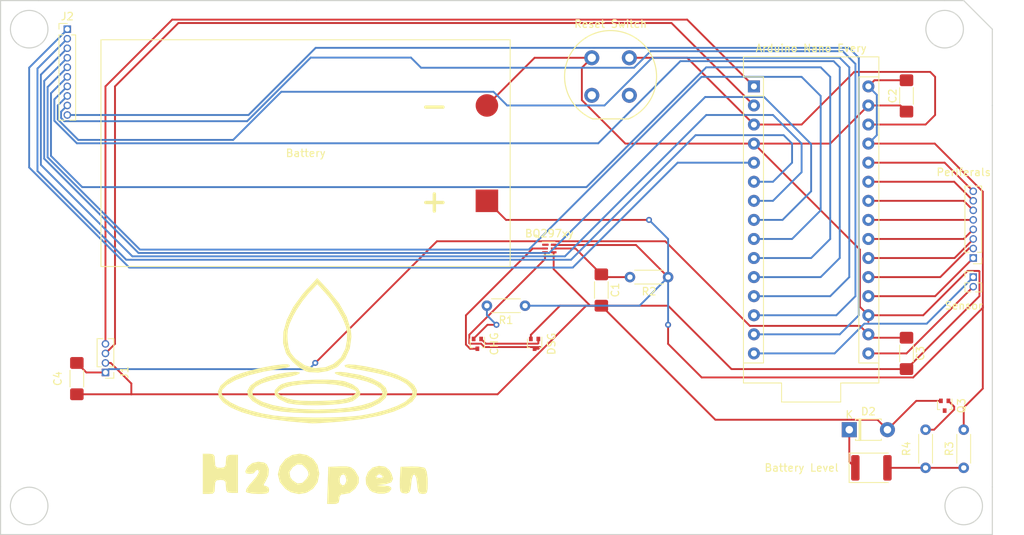
<source format=kicad_pcb>
(kicad_pcb (version 20171130) (host pcbnew "(5.1.10)-1")

  (general
    (thickness 1.6)
    (drawings 17)
    (tracks 264)
    (zones 0)
    (modules 22)
    (nets 37)
  )

  (page A4)
  (layers
    (0 F.Cu signal)
    (31 B.Cu signal)
    (32 B.Adhes user)
    (33 F.Adhes user)
    (34 B.Paste user)
    (35 F.Paste user)
    (36 B.SilkS user)
    (37 F.SilkS user)
    (38 B.Mask user)
    (39 F.Mask user)
    (40 Dwgs.User user)
    (41 Cmts.User user)
    (42 Eco1.User user)
    (43 Eco2.User user)
    (44 Edge.Cuts user)
    (45 Margin user)
    (46 B.CrtYd user)
    (47 F.CrtYd user)
    (48 B.Fab user)
    (49 F.Fab user)
  )

  (setup
    (last_trace_width 0.25)
    (trace_clearance 0.2)
    (zone_clearance 0.508)
    (zone_45_only no)
    (trace_min 0.2)
    (via_size 0.8)
    (via_drill 0.4)
    (via_min_size 0.4)
    (via_min_drill 0.3)
    (uvia_size 0.3)
    (uvia_drill 0.1)
    (uvias_allowed no)
    (uvia_min_size 0.2)
    (uvia_min_drill 0.1)
    (edge_width 0.15)
    (segment_width 0.2)
    (pcb_text_width 0.3)
    (pcb_text_size 1.5 1.5)
    (mod_edge_width 0.15)
    (mod_text_size 1 1)
    (mod_text_width 0.15)
    (pad_size 3 3)
    (pad_drill 0)
    (pad_to_mask_clearance 0.2)
    (aux_axis_origin 0 0)
    (visible_elements 7FFFFFFF)
    (pcbplotparams
      (layerselection 0x010fc_ffffffff)
      (usegerberextensions false)
      (usegerberattributes false)
      (usegerberadvancedattributes false)
      (creategerberjobfile false)
      (excludeedgelayer true)
      (linewidth 0.100000)
      (plotframeref false)
      (viasonmask false)
      (mode 1)
      (useauxorigin false)
      (hpglpennumber 1)
      (hpglpenspeed 20)
      (hpglpendiameter 15.000000)
      (psnegative false)
      (psa4output false)
      (plotreference true)
      (plotvalue true)
      (plotinvisibletext false)
      (padsonsilk false)
      (subtractmaskfromsilk false)
      (outputformat 1)
      (mirror false)
      (drillshape 1)
      (scaleselection 1)
      (outputdirectory ""))
  )

  (net 0 "")
  (net 1 Earth)
  (net 2 3v3)
  (net 3 "Net-(C1-Pad1)")
  (net 4 rst)
  (net 5 txd)
  (net 6 rxd)
  (net 7 "Net-(Q1-Pad1)")
  (net 8 "Net-(Q1-Pad2)")
  (net 9 "Net-(Q1-Pad3)")
  (net 10 "Net-(Q2-Pad3)")
  (net 11 "Net-(U2-Pad1)")
  (net 12 vcc)
  (net 13 "Net-(J2-Pad1)")
  (net 14 "Net-(J2-Pad2)")
  (net 15 "Net-(J2-Pad3)")
  (net 16 "Net-(J2-Pad4)")
  (net 17 "Net-(J2-Pad5)")
  (net 18 "Net-(J2-Pad6)")
  (net 19 "Net-(J2-Pad7)")
  (net 20 "Net-(J2-Pad8)")
  (net 21 "Net-(J2-Pad9)")
  (net 22 "Net-(J2-Pad10)")
  (net 23 "Net-(J3-Pad1)")
  (net 24 "Net-(J3-Pad2)")
  (net 25 "Net-(J3-Pad3)")
  (net 26 "Net-(J3-Pad4)")
  (net 27 "Net-(J3-Pad5)")
  (net 28 "Net-(J3-Pad6)")
  (net 29 "Net-(J3-Pad7)")
  (net 30 "Net-(J3-Pad8)")
  (net 31 "Net-(J4-Pad1)")
  (net 32 "Net-(J4-Pad2)")
  (net 33 "Net-(D1-Pad1)")
  (net 34 "Net-(D1-Pad2)")
  (net 35 "Net-(Q3-Pad1)")
  (net 36 "Net-(Q3-Pad3)")

  (net_class Default "This is the default net class."
    (clearance 0.2)
    (trace_width 0.25)
    (via_dia 0.8)
    (via_drill 0.4)
    (uvia_dia 0.3)
    (uvia_drill 0.1)
    (add_net 3v3)
    (add_net Earth)
    (add_net "Net-(C1-Pad1)")
    (add_net "Net-(D1-Pad1)")
    (add_net "Net-(D1-Pad2)")
    (add_net "Net-(J2-Pad1)")
    (add_net "Net-(J2-Pad10)")
    (add_net "Net-(J2-Pad2)")
    (add_net "Net-(J2-Pad3)")
    (add_net "Net-(J2-Pad4)")
    (add_net "Net-(J2-Pad5)")
    (add_net "Net-(J2-Pad6)")
    (add_net "Net-(J2-Pad7)")
    (add_net "Net-(J2-Pad8)")
    (add_net "Net-(J2-Pad9)")
    (add_net "Net-(J3-Pad1)")
    (add_net "Net-(J3-Pad2)")
    (add_net "Net-(J3-Pad3)")
    (add_net "Net-(J3-Pad4)")
    (add_net "Net-(J3-Pad5)")
    (add_net "Net-(J3-Pad6)")
    (add_net "Net-(J3-Pad7)")
    (add_net "Net-(J3-Pad8)")
    (add_net "Net-(J4-Pad1)")
    (add_net "Net-(J4-Pad2)")
    (add_net "Net-(Q1-Pad1)")
    (add_net "Net-(Q1-Pad2)")
    (add_net "Net-(Q1-Pad3)")
    (add_net "Net-(Q2-Pad3)")
    (add_net "Net-(Q3-Pad1)")
    (add_net "Net-(Q3-Pad3)")
    (add_net "Net-(U2-Pad1)")
    (add_net rst)
    (add_net rxd)
    (add_net txd)
    (add_net vcc)
  )

  (module logos:h2open_50 (layer F.Cu) (tedit 0) (tstamp 641BC878)
    (at 74.93 114.3)
    (fp_text reference G*** (at 0 0) (layer F.SilkS) hide
      (effects (font (size 1.524 1.524) (thickness 0.3)))
    )
    (fp_text value LOGO (at 0.75 0) (layer F.SilkS) hide
      (effects (font (size 1.524 1.524) (thickness 0.3)))
    )
    (fp_poly (pts (xy 4.727875 10.075712) (xy 5.11858 10.353222) (xy 5.336947 10.608531) (xy 5.801156 11.420093)
      (xy 5.782565 12.163177) (xy 5.327963 12.931312) (xy 4.58997 13.521155) (xy 3.991121 13.63579)
      (xy 3.426872 13.712032) (xy 3.224574 14.03305) (xy 3.208421 14.304211) (xy 3.123552 14.779807)
      (xy 2.761057 14.955534) (xy 2.396283 14.972632) (xy 1.584144 14.972632) (xy 1.661019 12.499474)
      (xy 1.690168 11.561698) (xy 3.259408 11.561698) (xy 3.292395 12.126671) (xy 3.313641 12.187497)
      (xy 3.597714 12.505151) (xy 3.921259 12.404695) (xy 4.128144 11.9657) (xy 4.144211 11.764211)
      (xy 4.018226 11.235055) (xy 3.810141 11.028994) (xy 3.460437 11.129428) (xy 3.259408 11.561698)
      (xy 1.690168 11.561698) (xy 1.737895 10.026316) (xy 3.264842 9.970896) (xy 4.170873 9.967013)
      (xy 4.727875 10.075712)) (layer F.SilkS) (width 0.01))
    (fp_poly (pts (xy -13.631623 8.340588) (xy -13.410587 8.605188) (xy -13.368421 9.224211) (xy -13.32153 9.854406)
      (xy -13.096534 10.112781) (xy -12.630573 10.16) (xy -12.120898 10.094043) (xy -11.922894 9.786634)
      (xy -11.89531 9.291053) (xy -11.843294 8.692232) (xy -11.580066 8.458386) (xy -11.095789 8.422105)
      (xy -10.293684 8.422105) (xy -10.293684 13.502105) (xy -11.095789 13.502105) (xy -11.648374 13.443825)
      (xy -11.863381 13.157907) (xy -11.89531 12.633158) (xy -11.94953 12.032693) (xy -12.209863 11.798431)
      (xy -12.630573 11.764211) (xy -13.127468 11.823681) (xy -13.33119 12.109036) (xy -13.368421 12.7)
      (xy -13.413135 13.328721) (xy -13.639936 13.586596) (xy -14.170526 13.63579) (xy -14.972631 13.63579)
      (xy -14.972631 8.288421) (xy -14.170526 8.288421) (xy -13.631623 8.340588)) (layer F.SilkS) (width 0.01))
    (fp_poly (pts (xy -6.810031 9.462772) (xy -6.470316 9.678737) (xy -6.181591 10.31145) (xy -6.242173 11.148181)
      (xy -6.581276 11.907302) (xy -6.856512 12.371598) (xy -6.820121 12.543584) (xy -6.581276 12.566316)
      (xy -6.221708 12.789251) (xy -6.149474 13.101053) (xy -6.214001 13.411382) (xy -6.492429 13.572283)
      (xy -7.112023 13.630535) (xy -7.604221 13.63579) (xy -8.444907 13.586091) (xy -9.052001 13.45834)
      (xy -9.239126 13.344287) (xy -9.170587 13.005024) (xy -8.799384 12.452307) (xy -8.4528 12.063014)
      (xy -7.798767 11.303235) (xy -7.503337 10.750791) (xy -7.589392 10.45922) (xy -7.753684 10.427369)
      (xy -8.013283 10.630829) (xy -8.021053 10.694737) (xy -8.249861 10.895724) (xy -8.689474 10.962105)
      (xy -9.213028 10.88982) (xy -9.315115 10.617245) (xy -9.016605 10.060798) (xy -8.941681 9.952123)
      (xy -8.365033 9.520222) (xy -7.572786 9.348068) (xy -6.810031 9.462772)) (layer F.SilkS) (width 0.01))
    (fp_poly (pts (xy -1.112813 8.455471) (xy -0.284943 8.967781) (xy 0.299989 9.789703) (xy 0.534169 10.899938)
      (xy 0.534737 10.962105) (xy 0.308833 12.084024) (xy -0.294119 12.940247) (xy -1.161979 13.48104)
      (xy -2.182607 13.656669) (xy -3.243864 13.417399) (xy -3.970356 12.960141) (xy -4.726278 12.043534)
      (xy -4.979777 11.023077) (xy -4.902402 10.71308) (xy -3.425415 10.71308) (xy -3.332828 11.390213)
      (xy -3.033298 11.81) (xy -2.374943 12.24628) (xy -1.716698 12.16044) (xy -1.178571 11.630526)
      (xy -0.895678 11.107233) (xy -0.941433 10.695776) (xy -1.178571 10.293684) (xy -1.757207 9.732188)
      (xy -2.407135 9.700585) (xy -2.986842 10.067755) (xy -3.425415 10.71308) (xy -4.902402 10.71308)
      (xy -4.715317 9.96355) (xy -4.697432 9.928377) (xy -3.975931 8.989228) (xy -3.066119 8.444894)
      (xy -2.075809 8.274075) (xy -1.112813 8.455471)) (layer F.SilkS) (width 0.01))
    (fp_poly (pts (xy 8.488947 9.896726) (xy 9.301647 10.011387) (xy 9.842533 10.434143) (xy 10.140562 10.916156)
      (xy 10.359453 11.625902) (xy 10.117077 12.09172) (xy 9.394528 12.342011) (xy 9.172295 12.370657)
      (xy 8.154737 12.476425) (xy 9.176973 12.52137) (xy 9.850371 12.601012) (xy 10.109544 12.802092)
      (xy 10.110456 13.034211) (xy 9.800683 13.407667) (xy 9.167689 13.595452) (xy 8.391579 13.592461)
      (xy 7.652458 13.393594) (xy 7.233604 13.11571) (xy 6.771998 12.34079) (xy 6.723023 11.486331)
      (xy 6.750614 11.415445) (xy 8.103339 11.415445) (xy 8.427103 11.494891) (xy 8.55579 11.496842)
      (xy 8.980761 11.442924) (xy 8.938048 11.241319) (xy 8.876632 11.176) (xy 8.512799 10.992826)
      (xy 8.234947 11.176) (xy 8.103339 11.415445) (xy 6.750614 11.415445) (xy 7.030092 10.697432)
      (xy 7.636621 10.119193) (xy 8.486023 9.896712) (xy 8.488947 9.896726)) (layer F.SilkS) (width 0.01))
    (fp_poly (pts (xy 13.70706 9.99792) (xy 14.389748 10.105666) (xy 14.631824 10.209999) (xy 14.838554 10.655557)
      (xy 14.955413 11.500084) (xy 14.972632 12.064317) (xy 14.957295 12.942426) (xy 14.876158 13.412606)
      (xy 14.676533 13.601508) (xy 14.31886 13.63579) (xy 13.915771 13.579163) (xy 13.70595 13.316116)
      (xy 13.607137 12.706903) (xy 13.583597 12.38669) (xy 13.452113 11.4904) (xy 13.244696 11.065201)
      (xy 13.021215 11.123922) (xy 12.841538 11.679393) (xy 12.782193 12.214941) (xy 12.695621 13.009269)
      (xy 12.520261 13.413833) (xy 12.183902 13.573349) (xy 12.097226 13.5877) (xy 11.555857 13.506298)
      (xy 11.346777 13.288461) (xy 11.277616 12.815106) (xy 11.261354 12.022203) (xy 11.28113 11.464972)
      (xy 11.363158 10.026316) (xy 12.827087 9.976734) (xy 13.70706 9.99792)) (layer F.SilkS) (width 0.01))
    (fp_poly (pts (xy -3.437697 -3.544644) (xy -3.408065 -3.340602) (xy -3.821267 -3.178936) (xy -4.446167 -3.071624)
      (xy -6.856939 -2.66128) (xy -8.90289 -2.1504) (xy -10.541405 -1.554343) (xy -11.72987 -0.888468)
      (xy -12.404356 -0.203414) (xy -12.4612 0.326913) (xy -12.051104 0.89598) (xy -11.237272 1.472601)
      (xy -10.082908 2.025586) (xy -8.651217 2.523748) (xy -7.005404 2.935899) (xy -5.528548 3.189431)
      (xy -4.011625 3.336794) (xy -2.131526 3.428615) (xy -0.05692 3.464895) (xy 2.043523 3.445632)
      (xy 4.001135 3.370827) (xy 5.647247 3.24048) (xy 6.063285 3.189431) (xy 7.790182 2.878418)
      (xy 9.416892 2.448156) (xy 10.831123 1.938273) (xy 11.920581 1.388397) (xy 12.512292 0.913561)
      (xy 12.904749 0.390577) (xy 12.950022 0.004818) (xy 12.761929 -0.364021) (xy 12.199378 -0.965479)
      (xy 11.298788 -1.500727) (xy 10.016984 -1.984368) (xy 8.310789 -2.431001) (xy 6.137027 -2.855229)
      (xy 4.710964 -3.086679) (xy 4.04127 -3.251368) (xy 3.900473 -3.460162) (xy 3.942233 -3.514443)
      (xy 4.372717 -3.618552) (xy 5.300918 -3.563109) (xy 6.632024 -3.365361) (xy 9.024942 -2.855922)
      (xy 10.904226 -2.25733) (xy 12.279484 -1.59071) (xy 13.160325 -0.877187) (xy 13.556356 -0.137884)
      (xy 13.477187 0.606074) (xy 12.932425 1.333563) (xy 11.93168 2.023458) (xy 10.484558 2.654636)
      (xy 8.600669 3.205971) (xy 6.28962 3.65634) (xy 3.561021 3.984619) (xy 3.277867 4.008901)
      (xy 1.98896 4.109384) (xy 0.857568 4.185973) (xy 0.01234 4.230695) (xy -0.401053 4.236895)
      (xy -0.897879 4.199339) (xy -1.773389 4.126475) (xy -2.873708 4.031244) (xy -3.394052 3.985178)
      (xy -5.886785 3.682844) (xy -8.042319 3.261038) (xy -9.837936 2.737716) (xy -11.250915 2.130835)
      (xy -12.258539 1.458353) (xy -12.838087 0.738227) (xy -12.96684 -0.011586) (xy -12.622078 -0.773128)
      (xy -11.781084 -1.528443) (xy -10.968808 -2.001866) (xy -10.139308 -2.344407) (xy -9.043677 -2.68968)
      (xy -7.798535 -3.013794) (xy -6.520505 -3.292859) (xy -5.326206 -3.502986) (xy -4.332259 -3.620283)
      (xy -3.655286 -3.620861) (xy -3.437697 -3.544644)) (layer F.SilkS) (width 0.01))
    (fp_poly (pts (xy -2.125918 -2.573991) (xy -2.066398 -2.429506) (xy -2.455666 -2.227978) (xy -3.274084 -2.006358)
      (xy -4.028693 -1.868753) (xy -5.853694 -1.502445) (xy -7.173687 -1.066644) (xy -8.010561 -0.583086)
      (xy -8.386205 -0.073504) (xy -8.322507 0.440365) (xy -7.841359 0.936787) (xy -6.964647 1.394028)
      (xy -5.714262 1.790352) (xy -4.112093 2.104024) (xy -2.180029 2.31331) (xy 0.060041 2.396474)
      (xy 0.267369 2.397031) (xy 2.497001 2.329546) (xy 4.480999 2.136307) (xy 6.166648 1.831134)
      (xy 7.501232 1.42785) (xy 8.432037 0.940277) (xy 8.906346 0.382235) (xy 8.956842 0.118698)
      (xy 8.701862 -0.385241) (xy 7.985484 -0.879233) (xy 6.880552 -1.330324) (xy 5.459911 -1.705561)
      (xy 4.56343 -1.868753) (xy 3.50294 -2.078443) (xy 2.833219 -2.294573) (xy 2.579511 -2.479906)
      (xy 2.767059 -2.597204) (xy 3.421106 -2.609229) (xy 4.106203 -2.543225) (xy 6.044706 -2.200999)
      (xy 7.582871 -1.730344) (xy 8.703631 -1.161471) (xy 9.389917 -0.524589) (xy 9.624661 0.150091)
      (xy 9.390795 0.832358) (xy 8.67125 1.492003) (xy 7.448959 2.098814) (xy 6.847966 2.309634)
      (xy 5.803327 2.537766) (xy 4.355505 2.709663) (xy 2.633242 2.823858) (xy 0.765279 2.878887)
      (xy -1.119643 2.873284) (xy -2.892781 2.805583) (xy -4.425395 2.674319) (xy -5.588742 2.478025)
      (xy -5.688804 2.452356) (xy -7.280387 1.904236) (xy -8.36204 1.276576) (xy -8.946768 0.601562)
      (xy -9.047577 -0.088622) (xy -8.677472 -0.761792) (xy -7.849458 -1.385763) (xy -6.57654 -1.928349)
      (xy -4.871723 -2.357367) (xy -3.66986 -2.544023) (xy -2.65386 -2.624481) (xy -2.125918 -2.573991)) (layer F.SilkS) (width 0.01))
    (fp_poly (pts (xy 2.856597 -1.519776) (xy 3.831427 -1.383103) (xy 3.957787 -1.351947) (xy 4.955681 -0.965408)
      (xy 5.667061 -0.459029) (xy 5.999693 0.086955) (xy 5.977325 0.404877) (xy 5.645239 0.808382)
      (xy 5.049444 1.234835) (xy 4.980758 1.272968) (xy 4.269968 1.498605) (xy 3.163733 1.669223)
      (xy 1.798829 1.7816) (xy 0.312033 1.832515) (xy -1.159877 1.818745) (xy -2.480126 1.737069)
      (xy -3.511936 1.584265) (xy -3.873305 1.481524) (xy -4.891736 0.976976) (xy -5.400937 0.418852)
      (xy -5.397922 0.160268) (xy -5.026754 0.160268) (xy -4.785364 0.398577) (xy -4.478421 0.571758)
      (xy -3.754522 0.894051) (xy -2.929144 1.106194) (xy -1.88755 1.222712) (xy -0.515003 1.258127)
      (xy 0.802105 1.240165) (xy 2.36734 1.177228) (xy 3.499622 1.065638) (xy 4.299589 0.891791)
      (xy 4.754531 0.705839) (xy 5.283225 0.348763) (xy 5.489942 0.043798) (xy 5.476186 -0.007874)
      (xy 5.151752 -0.214128) (xy 4.474053 -0.486344) (xy 3.816921 -0.697344) (xy 2.688038 -0.916518)
      (xy 1.285172 -1.030086) (xy -0.239473 -1.042925) (xy -1.733691 -0.959909) (xy -3.045279 -0.785915)
      (xy -4.022032 -0.525817) (xy -4.211053 -0.440184) (xy -4.845293 -0.081559) (xy -5.026754 0.160268)
      (xy -5.397922 0.160268) (xy -5.394144 -0.163592) (xy -4.864595 -0.7411) (xy -4.446021 -0.995764)
      (xy -3.751142 -1.213637) (xy -2.661966 -1.387154) (xy -1.317549 -1.510419) (xy 0.143054 -1.577541)
      (xy 1.580788 -1.582624) (xy 2.856597 -1.519776)) (layer F.SilkS) (width 0.01))
    (fp_poly (pts (xy 1.739586 -13.523802) (xy 3.195035 -11.717268) (xy 4.200924 -9.925985) (xy 4.732016 -8.201235)
      (xy 4.812632 -7.279488) (xy 4.596656 -5.720729) (xy 3.984815 -4.378326) (xy 3.031237 -3.361341)
      (xy 2.785415 -3.194853) (xy 1.692978 -2.743778) (xy 0.398466 -2.528473) (xy -0.827777 -2.584747)
      (xy -1.175265 -2.670247) (xy -2.089393 -3.154066) (xy -3.017153 -3.9541) (xy -3.763623 -4.894174)
      (xy -3.900712 -5.133565) (xy -4.288365 -6.432892) (xy -4.256336 -7.429995) (xy -3.721219 -7.429995)
      (xy -3.686359 -6.805018) (xy -3.553202 -5.83542) (xy -3.279708 -5.151889) (xy -2.757493 -4.506709)
      (xy -2.619234 -4.366041) (xy -1.410669 -3.498908) (xy -0.057835 -3.115197) (xy 1.343179 -3.228233)
      (xy 2.406316 -3.669069) (xy 3.407817 -4.524939) (xy 4.016451 -5.72047) (xy 4.22668 -6.872349)
      (xy 4.251181 -7.771947) (xy 4.117615 -8.550771) (xy 3.773351 -9.439715) (xy 3.52157 -9.965724)
      (xy 2.872121 -11.09559) (xy 2.059653 -12.265898) (xy 1.484732 -12.967368) (xy 0.271472 -14.30421)
      (xy -0.924927 -13.018075) (xy -1.699753 -12.058138) (xy -2.477994 -10.892569) (xy -2.965869 -10.01643)
      (xy -3.429058 -8.999691) (xy -3.663928 -8.212934) (xy -3.721219 -7.429995) (xy -4.256336 -7.429995)
      (xy -4.240087 -7.935821) (xy -3.778727 -9.571243) (xy -2.927131 -11.268049) (xy -1.708149 -12.95513)
      (xy -1.204849 -13.523802) (xy 0.267369 -15.106315) (xy 1.739586 -13.523802)) (layer F.SilkS) (width 0.01))
  )

  (module Battery:BatteryHolder_Eagle_12BH611-GR (layer F.Cu) (tedit 641B71A2) (tstamp 641B4E82)
    (at 97.79 88.9)
    (descr https://eu.mouser.com/datasheet/2/209/EPD-200766-1274481.pdf)
    (tags "9V Battery Holder")
    (path /6419E29A)
    (fp_text reference Battery (at -24.13 -6.35) (layer F.SilkS)
      (effects (font (size 1 1) (thickness 0.15)))
    )
    (fp_text value Battery_Cell (at -24.13 11.43 180) (layer F.Fab)
      (effects (font (size 1 1) (thickness 0.15)))
    )
    (fp_line (start 3.1 -21.45) (end 3.1 8.75) (layer F.Fab) (width 0.1))
    (fp_line (start 3.1 8.75) (end -51.4 8.75) (layer F.Fab) (width 0.1))
    (fp_line (start -51.4 -21.45) (end 3.1 -21.45) (layer F.Fab) (width 0.1))
    (fp_line (start -51.4 8.75) (end -51.4 -21.45) (layer F.Fab) (width 0.1))
    (fp_line (start -47 2.65) (end -47 -15.35) (layer F.Fab) (width 0.1))
    (fp_line (start -48 2.65) (end -48 -15.35) (layer F.Fab) (width 0.1))
    (fp_line (start -49 2.65) (end -49 -15.35) (layer F.Fab) (width 0.1))
    (fp_line (start -50 2.65) (end -50 -15.35) (layer F.Fab) (width 0.1))
    (fp_line (start -51.4 2.65) (end -47 2.65) (layer F.Fab) (width 0.1))
    (fp_line (start -51.4 -15.35) (end -47 -15.35) (layer F.Fab) (width 0.1))
    (fp_line (start -27 6.65) (end -27 8.75) (layer F.Fab) (width 0.1))
    (fp_line (start -2 6.65) (end -27 6.65) (layer F.Fab) (width 0.1))
    (fp_line (start -27 -19.35) (end -27 -21.45) (layer F.Fab) (width 0.1))
    (fp_line (start -2 -19.35) (end -27 -19.35) (layer F.Fab) (width 0.1))
    (fp_line (start -2 2.05) (end -4 2.05) (layer F.Fab) (width 0.1))
    (fp_line (start -4 2.55) (end -2 2.55) (layer F.Fab) (width 0.1))
    (fp_line (start -2 -2.55) (end -4 -2.55) (layer F.Fab) (width 0.1))
    (fp_line (start -4 -2.05) (end -2 -2.05) (layer F.Fab) (width 0.1))
    (fp_line (start -4 0.25) (end -2 0.25) (layer F.Fab) (width 0.1))
    (fp_line (start -4 -2.55) (end -4 2.55) (layer F.Fab) (width 0.1))
    (fp_line (start -2 -0.25) (end -4 -0.25) (layer F.Fab) (width 0.1))
    (fp_line (start -4 -10.65) (end -2 -10.65) (layer F.Fab) (width 0.1))
    (fp_line (start -4 -14.75) (end -4 -10.65) (layer F.Fab) (width 0.1))
    (fp_line (start -2 -14.75) (end -4 -14.75) (layer F.Fab) (width 0.1))
    (fp_line (start -2 -21.45) (end -2 8.75) (layer F.Fab) (width 0.1))
    (fp_line (start 1.85 8.75) (end 1.85 -21.45) (layer F.Fab) (width 0.1))
    (fp_line (start -51.9 9.25) (end -51.9 -21.95) (layer F.CrtYd) (width 0.05))
    (fp_line (start 3.6 9.25) (end -51.9 9.25) (layer F.CrtYd) (width 0.05))
    (fp_line (start 3.6 -21.95) (end 3.6 9.25) (layer F.CrtYd) (width 0.05))
    (fp_line (start -51.9 -21.95) (end 3.6 -21.95) (layer F.CrtYd) (width 0.05))
    (fp_line (start -51.4 8.75) (end -51.4 -21.45) (layer F.SilkS) (width 0.12))
    (fp_line (start 3.1 8.75) (end -51.4 8.75) (layer F.SilkS) (width 0.12))
    (fp_line (start 3.1 -21.45) (end 3.1 8.75) (layer F.SilkS) (width 0.12))
    (fp_line (start -51.4 -21.45) (end 3.1 -21.45) (layer F.SilkS) (width 0.12))
    (fp_text user + (at -7 0) (layer F.SilkS)
      (effects (font (size 3 3) (thickness 0.45)))
    )
    (fp_text user - (at -7 -12.7) (layer F.SilkS)
      (effects (font (size 3 3) (thickness 0.45)))
    )
    (fp_text user %R (at -24.13 -6.35 180) (layer F.Fab)
      (effects (font (size 1 1) (thickness 0.15)))
    )
    (pad 2 smd circle (at 0 -12.7) (size 3 3) (layers F.Cu F.Paste F.Mask)
      (net 1 Earth))
    (pad 1 smd rect (at 0 0) (size 3 3) (layers F.Cu F.Paste F.Mask)
      (net 2 3v3))
    (pad "" smd circle (at -10.9 -17.45) (size 0.01 0.01) (layers F.Cu F.Paste F.Mask))
    (pad "" smd circle (at -38.9 -17.45 270) (size 0.01 0.01) (layers F.Cu F.Paste F.Mask))
    (pad "" smd circle (at -24.15 4.75) (size 0.01 0.01) (layers F.Cu F.Paste F.Mask))
    (model ${KISYS3DMOD}/Battery.3dshapes/BatteryHolder_Eagle_12BH611-GR.wrl
      (at (xyz 0 0 0))
      (scale (xyz 1 1 1))
      (rotate (xyz 0 0 0))
    )
  )

  (module Capacitor_SMD:C_1806_4516Metric_Pad1.57x1.80mm_HandSolder (layer F.Cu) (tedit 5B301BBE) (tstamp 64262E16)
    (at 153.67 74.93 90)
    (descr "Capacitor SMD 1806 (4516 Metric), square (rectangular) end terminal, IPC_7351 nominal with elongated pad for handsoldering. (Body size source: https://www.modelithics.com/models/Vendor/MuRata/BLM41P.pdf), generated with kicad-footprint-generator")
    (tags "capacitor handsolder")
    (path /641A26AE)
    (attr smd)
    (fp_text reference C2 (at 0 -1.85 90) (layer F.SilkS)
      (effects (font (size 1 1) (thickness 0.15)))
    )
    (fp_text value 0u1 (at 0 1.85 90) (layer F.Fab)
      (effects (font (size 1 1) (thickness 0.15)))
    )
    (fp_line (start -2.25 0.8) (end -2.25 -0.8) (layer F.Fab) (width 0.1))
    (fp_line (start -2.25 -0.8) (end 2.25 -0.8) (layer F.Fab) (width 0.1))
    (fp_line (start 2.25 -0.8) (end 2.25 0.8) (layer F.Fab) (width 0.1))
    (fp_line (start 2.25 0.8) (end -2.25 0.8) (layer F.Fab) (width 0.1))
    (fp_line (start -1.111252 -0.91) (end 1.111252 -0.91) (layer F.SilkS) (width 0.12))
    (fp_line (start -1.111252 0.91) (end 1.111252 0.91) (layer F.SilkS) (width 0.12))
    (fp_line (start -3.12 1.15) (end -3.12 -1.15) (layer F.CrtYd) (width 0.05))
    (fp_line (start -3.12 -1.15) (end 3.12 -1.15) (layer F.CrtYd) (width 0.05))
    (fp_line (start 3.12 -1.15) (end 3.12 1.15) (layer F.CrtYd) (width 0.05))
    (fp_line (start 3.12 1.15) (end -3.12 1.15) (layer F.CrtYd) (width 0.05))
    (fp_text user %R (at 0 0 90) (layer F.Fab)
      (effects (font (size 1 1) (thickness 0.15)))
    )
    (pad 1 smd roundrect (at -2.0875 0 90) (size 1.575 1.8) (layers F.Cu F.Paste F.Mask) (roundrect_rratio 0.15873)
      (net 1 Earth))
    (pad 2 smd roundrect (at 2.0875 0 90) (size 1.575 1.8) (layers F.Cu F.Paste F.Mask) (roundrect_rratio 0.15873)
      (net 2 3v3))
    (model ${KISYS3DMOD}/Capacitor_SMD.3dshapes/C_1806_4516Metric.wrl
      (at (xyz 0 0 0))
      (scale (xyz 1 1 1))
      (rotate (xyz 0 0 0))
    )
  )

  (module Arduino:Arduino_Nano_Every (layer F.Cu) (tedit 5FA0E9AA) (tstamp 6426287F)
    (at 133.35 73.66)
    (descr "Arduino Nano Every")
    (tags "Arduino Nano Every")
    (path /6419DD67)
    (fp_text reference "Arduino Nano Every" (at 7.62 -5.08) (layer F.SilkS)
      (effects (font (size 1 1) (thickness 0.15)))
    )
    (fp_text value Arduino_Nano_Every (at 8.89 19.05 90) (layer F.Fab)
      (effects (font (size 1 1) (thickness 0.15)))
    )
    (fp_line (start 1.27 1.27) (end 1.27 -1.27) (layer F.SilkS) (width 0.12))
    (fp_line (start 1.27 -1.27) (end -1.397 -1.27) (layer F.SilkS) (width 0.12))
    (fp_line (start -1.397 1.27) (end -1.397 39.497) (layer F.SilkS) (width 0.12))
    (fp_line (start -1.397 -3.937) (end -1.397 -1.27) (layer F.SilkS) (width 0.12))
    (fp_line (start 13.97 -1.27) (end 16.64 -1.27) (layer F.SilkS) (width 0.12))
    (fp_line (start 13.97 -1.27) (end 13.97 36.83) (layer F.SilkS) (width 0.12))
    (fp_line (start 13.97 36.83) (end 16.64 36.83) (layer F.SilkS) (width 0.12))
    (fp_line (start 1.27 1.27) (end -1.397 1.27) (layer F.SilkS) (width 0.12))
    (fp_line (start 1.27 1.27) (end 1.27 36.83) (layer F.SilkS) (width 0.12))
    (fp_line (start 1.27 36.83) (end -1.4 36.83) (layer F.SilkS) (width 0.12))
    (fp_line (start 3.81 35.56) (end 11.43 35.56) (layer F.Fab) (width 0.1))
    (fp_line (start 11.43 35.56) (end 11.43 41.91) (layer F.Fab) (width 0.1))
    (fp_line (start 11.43 41.91) (end 3.81 41.91) (layer F.Fab) (width 0.1))
    (fp_line (start 3.81 41.91) (end 3.81 35.56) (layer F.Fab) (width 0.1))
    (fp_line (start -1.397 39.497) (end 3.683 39.497) (layer F.SilkS) (width 0.12))
    (fp_line (start 16.637 39.497) (end 16.637 -3.937) (layer F.SilkS) (width 0.12))
    (fp_line (start 16.637 -3.937) (end -1.397 -3.937) (layer F.SilkS) (width 0.12))
    (fp_line (start 16.51 39.37) (end -1.27 39.37) (layer F.Fab) (width 0.1))
    (fp_line (start -1.27 39.37) (end -1.27 -2.54) (layer F.Fab) (width 0.1))
    (fp_line (start -1.27 -2.54) (end 0 -3.81) (layer F.Fab) (width 0.1))
    (fp_line (start 0 -3.81) (end 16.51 -3.81) (layer F.Fab) (width 0.1))
    (fp_line (start 16.51 -3.81) (end 16.51 39.37) (layer F.Fab) (width 0.1))
    (fp_line (start -1.524 -4.064) (end 16.764 -4.064) (layer F.CrtYd) (width 0.05))
    (fp_line (start -1.524 -4.064) (end -1.524 42.164) (layer F.CrtYd) (width 0.05))
    (fp_line (start 16.764 42.164) (end 16.764 -4.064) (layer F.CrtYd) (width 0.05))
    (fp_line (start 16.764 42.164) (end -1.524 42.164) (layer F.CrtYd) (width 0.05))
    (fp_line (start 3.683 42.037) (end 3.683 39.497) (layer F.SilkS) (width 0.12))
    (fp_line (start 11.557 39.497) (end 16.637 39.497) (layer F.SilkS) (width 0.12))
    (fp_line (start 11.557 42.037) (end 11.557 39.497) (layer F.SilkS) (width 0.12))
    (fp_line (start 3.683 42.037) (end 11.557 42.037) (layer F.SilkS) (width 0.12))
    (fp_text user %R (at 6.35 19.05 90) (layer F.Fab)
      (effects (font (size 1 1) (thickness 0.15)))
    )
    (pad 1 thru_hole rect (at 0 0) (size 1.6 1.6) (drill 0.8) (layers *.Cu *.Mask)
      (net 5 txd))
    (pad 17 thru_hole oval (at 15.24 33.02) (size 1.6 1.6) (drill 0.8) (layers *.Cu *.Mask)
      (net 12 vcc))
    (pad 2 thru_hole oval (at 0 2.54) (size 1.6 1.6) (drill 0.8) (layers *.Cu *.Mask)
      (net 6 rxd))
    (pad 18 thru_hole oval (at 15.24 30.48) (size 1.6 1.6) (drill 0.8) (layers *.Cu *.Mask)
      (net 1 Earth))
    (pad 3 thru_hole oval (at 0 5.08) (size 1.6 1.6) (drill 0.8) (layers *.Cu *.Mask)
      (net 4 rst))
    (pad 19 thru_hole oval (at 15.24 27.94) (size 1.6 1.6) (drill 0.8) (layers *.Cu *.Mask)
      (net 23 "Net-(J3-Pad1)"))
    (pad 4 thru_hole oval (at 0 7.62) (size 1.6 1.6) (drill 0.8) (layers *.Cu *.Mask)
      (net 1 Earth))
    (pad 20 thru_hole oval (at 15.24 25.4) (size 1.6 1.6) (drill 0.8) (layers *.Cu *.Mask)
      (net 24 "Net-(J3-Pad2)"))
    (pad 5 thru_hole oval (at 0 10.16) (size 1.6 1.6) (drill 0.8) (layers *.Cu *.Mask)
      (net 13 "Net-(J2-Pad1)"))
    (pad 21 thru_hole oval (at 15.24 22.86) (size 1.6 1.6) (drill 0.8) (layers *.Cu *.Mask)
      (net 25 "Net-(J3-Pad3)"))
    (pad 6 thru_hole oval (at 0 12.7) (size 1.6 1.6) (drill 0.8) (layers *.Cu *.Mask)
      (net 14 "Net-(J2-Pad2)"))
    (pad 22 thru_hole oval (at 15.24 20.32) (size 1.6 1.6) (drill 0.8) (layers *.Cu *.Mask)
      (net 26 "Net-(J3-Pad4)"))
    (pad 7 thru_hole oval (at 0 15.24) (size 1.6 1.6) (drill 0.8) (layers *.Cu *.Mask)
      (net 15 "Net-(J2-Pad3)"))
    (pad 23 thru_hole oval (at 15.24 17.78) (size 1.6 1.6) (drill 0.8) (layers *.Cu *.Mask)
      (net 27 "Net-(J3-Pad5)"))
    (pad 8 thru_hole oval (at 0 17.78) (size 1.6 1.6) (drill 0.8) (layers *.Cu *.Mask)
      (net 16 "Net-(J2-Pad4)"))
    (pad 24 thru_hole oval (at 15.24 15.24) (size 1.6 1.6) (drill 0.8) (layers *.Cu *.Mask)
      (net 28 "Net-(J3-Pad6)"))
    (pad 9 thru_hole oval (at 0 20.32) (size 1.6 1.6) (drill 0.8) (layers *.Cu *.Mask)
      (net 17 "Net-(J2-Pad5)"))
    (pad 25 thru_hole oval (at 15.24 12.7) (size 1.6 1.6) (drill 0.8) (layers *.Cu *.Mask)
      (net 29 "Net-(J3-Pad7)"))
    (pad 10 thru_hole oval (at 0 22.86) (size 1.6 1.6) (drill 0.8) (layers *.Cu *.Mask)
      (net 18 "Net-(J2-Pad6)"))
    (pad 26 thru_hole oval (at 15.24 10.16) (size 1.6 1.6) (drill 0.8) (layers *.Cu *.Mask)
      (net 30 "Net-(J3-Pad8)"))
    (pad 11 thru_hole oval (at 0 25.4) (size 1.6 1.6) (drill 0.8) (layers *.Cu *.Mask)
      (net 19 "Net-(J2-Pad7)"))
    (pad 27 thru_hole oval (at 15.24 7.62) (size 1.6 1.6) (drill 0.8) (layers *.Cu *.Mask)
      (net 2 3v3))
    (pad 12 thru_hole oval (at 0 27.94) (size 1.6 1.6) (drill 0.8) (layers *.Cu *.Mask)
      (net 20 "Net-(J2-Pad8)"))
    (pad 28 thru_hole oval (at 15.24 5.08) (size 1.6 1.6) (drill 0.8) (layers *.Cu *.Mask)
      (net 4 rst))
    (pad 13 thru_hole oval (at 0 30.48) (size 1.6 1.6) (drill 0.8) (layers *.Cu *.Mask)
      (net 21 "Net-(J2-Pad9)"))
    (pad 29 thru_hole oval (at 15.24 2.54) (size 1.6 1.6) (drill 0.8) (layers *.Cu *.Mask)
      (net 1 Earth))
    (pad 14 thru_hole oval (at 0 33.02) (size 1.6 1.6) (drill 0.8) (layers *.Cu *.Mask)
      (net 22 "Net-(J2-Pad10)"))
    (pad 30 thru_hole oval (at 15.24 0) (size 1.6 1.6) (drill 0.8) (layers *.Cu *.Mask)
      (net 2 3v3))
    (pad 15 thru_hole oval (at 0 35.56) (size 1.6 1.6) (drill 0.8) (layers *.Cu *.Mask)
      (net 31 "Net-(J4-Pad1)"))
    (pad 16 thru_hole oval (at 15.24 35.56) (size 1.6 1.6) (drill 0.8) (layers *.Cu *.Mask)
      (net 32 "Net-(J4-Pad2)"))
    (model ${KISYS3DMOD}/Module.3dshapes/Arduino_Nano_WithMountingHoles.wrl
      (at (xyz 0 0 0))
      (scale (xyz 1 1 1))
      (rotate (xyz 0 0 0))
    )
    (model ${LOCALREPO}/kicad-lib-arduino/Arduino.3dshapes/arduino_nano_every.x3d
      (at (xyz 0 0 0))
      (scale (xyz 1 1 1))
      (rotate (xyz 0 0 0))
    )
    (model ${KICAD_TEMPLATE_DIR}/kicad-lib-arduino-main/Arduino.3dshapes/arduino_nano_every.x3d
      (at (xyz 0 0 0))
      (scale (xyz 1 1 1))
      (rotate (xyz 0 0 0))
    )
    (model "C:/Program Files/KiCad/share/kicad/kicad-lib-arduino-main/Arduino.3dshapes/arduino_nano_every.x3d"
      (at (xyz 0 0 0))
      (scale (xyz 1 1 1))
      (rotate (xyz 0 0 0))
    )
  )

  (module Capacitor_SMD:C_1806_4516Metric_Pad1.57x1.80mm_HandSolder (layer F.Cu) (tedit 5B301BBE) (tstamp 641B71E3)
    (at 113.03 100.7825 270)
    (descr "Capacitor SMD 1806 (4516 Metric), square (rectangular) end terminal, IPC_7351 nominal with elongated pad for handsoldering. (Body size source: https://www.modelithics.com/models/Vendor/MuRata/BLM41P.pdf), generated with kicad-footprint-generator")
    (tags "capacitor handsolder")
    (path /6419EE34)
    (attr smd)
    (fp_text reference C1 (at 0 -1.85 270) (layer F.SilkS)
      (effects (font (size 1 1) (thickness 0.15)))
    )
    (fp_text value 0u1 (at 0 1.85 270) (layer F.Fab)
      (effects (font (size 1 1) (thickness 0.15)))
    )
    (fp_line (start -2.25 0.8) (end -2.25 -0.8) (layer F.Fab) (width 0.1))
    (fp_line (start -2.25 -0.8) (end 2.25 -0.8) (layer F.Fab) (width 0.1))
    (fp_line (start 2.25 -0.8) (end 2.25 0.8) (layer F.Fab) (width 0.1))
    (fp_line (start 2.25 0.8) (end -2.25 0.8) (layer F.Fab) (width 0.1))
    (fp_line (start -1.111252 -0.91) (end 1.111252 -0.91) (layer F.SilkS) (width 0.12))
    (fp_line (start -1.111252 0.91) (end 1.111252 0.91) (layer F.SilkS) (width 0.12))
    (fp_line (start -3.12 1.15) (end -3.12 -1.15) (layer F.CrtYd) (width 0.05))
    (fp_line (start -3.12 -1.15) (end 3.12 -1.15) (layer F.CrtYd) (width 0.05))
    (fp_line (start 3.12 -1.15) (end 3.12 1.15) (layer F.CrtYd) (width 0.05))
    (fp_line (start 3.12 1.15) (end -3.12 1.15) (layer F.CrtYd) (width 0.05))
    (fp_text user %R (at 0 0 270) (layer F.Fab)
      (effects (font (size 1 1) (thickness 0.15)))
    )
    (pad 1 smd roundrect (at -2.0875 0 270) (size 1.575 1.8) (layers F.Cu F.Paste F.Mask) (roundrect_rratio 0.15873)
      (net 3 "Net-(C1-Pad1)"))
    (pad 2 smd roundrect (at 2.0875 0 270) (size 1.575 1.8) (layers F.Cu F.Paste F.Mask) (roundrect_rratio 0.15873)
      (net 1 Earth))
    (model ${KISYS3DMOD}/Capacitor_SMD.3dshapes/C_1806_4516Metric.wrl
      (at (xyz 0 0 0))
      (scale (xyz 1 1 1))
      (rotate (xyz 0 0 0))
    )
  )

  (module Capacitor_SMD:C_1806_4516Metric_Pad1.57x1.80mm_HandSolder (layer F.Cu) (tedit 5B301BBE) (tstamp 64262E27)
    (at 153.67 109.22 270)
    (descr "Capacitor SMD 1806 (4516 Metric), square (rectangular) end terminal, IPC_7351 nominal with elongated pad for handsoldering. (Body size source: https://www.modelithics.com/models/Vendor/MuRata/BLM41P.pdf), generated with kicad-footprint-generator")
    (tags "capacitor handsolder")
    (path /641A1EAA)
    (attr smd)
    (fp_text reference C3 (at 0 -1.85 270) (layer F.SilkS)
      (effects (font (size 1 1) (thickness 0.15)))
    )
    (fp_text value 0u1 (at 0 1.85 270) (layer F.Fab)
      (effects (font (size 1 1) (thickness 0.15)))
    )
    (fp_line (start 3.12 1.15) (end -3.12 1.15) (layer F.CrtYd) (width 0.05))
    (fp_line (start 3.12 -1.15) (end 3.12 1.15) (layer F.CrtYd) (width 0.05))
    (fp_line (start -3.12 -1.15) (end 3.12 -1.15) (layer F.CrtYd) (width 0.05))
    (fp_line (start -3.12 1.15) (end -3.12 -1.15) (layer F.CrtYd) (width 0.05))
    (fp_line (start -1.111252 0.91) (end 1.111252 0.91) (layer F.SilkS) (width 0.12))
    (fp_line (start -1.111252 -0.91) (end 1.111252 -0.91) (layer F.SilkS) (width 0.12))
    (fp_line (start 2.25 0.8) (end -2.25 0.8) (layer F.Fab) (width 0.1))
    (fp_line (start 2.25 -0.8) (end 2.25 0.8) (layer F.Fab) (width 0.1))
    (fp_line (start -2.25 -0.8) (end 2.25 -0.8) (layer F.Fab) (width 0.1))
    (fp_line (start -2.25 0.8) (end -2.25 -0.8) (layer F.Fab) (width 0.1))
    (fp_text user %R (at 0 0 270) (layer F.Fab)
      (effects (font (size 1 1) (thickness 0.15)))
    )
    (pad 2 smd roundrect (at 2.0875 0 270) (size 1.575 1.8) (layers F.Cu F.Paste F.Mask) (roundrect_rratio 0.15873)
      (net 1 Earth))
    (pad 1 smd roundrect (at -2.0875 0 270) (size 1.575 1.8) (layers F.Cu F.Paste F.Mask) (roundrect_rratio 0.15873)
      (net 12 vcc))
    (model ${KISYS3DMOD}/Capacitor_SMD.3dshapes/C_1806_4516Metric.wrl
      (at (xyz 0 0 0))
      (scale (xyz 1 1 1))
      (rotate (xyz 0 0 0))
    )
  )

  (module Capacitor_SMD:C_1806_4516Metric_Pad1.57x1.80mm_HandSolder (layer F.Cu) (tedit 5B301BBE) (tstamp 641B77E3)
    (at 43.18 112.5775 270)
    (descr "Capacitor SMD 1806 (4516 Metric), square (rectangular) end terminal, IPC_7351 nominal with elongated pad for handsoldering. (Body size source: https://www.modelithics.com/models/Vendor/MuRata/BLM41P.pdf), generated with kicad-footprint-generator")
    (tags "capacitor handsolder")
    (path /641CD1AA)
    (attr smd)
    (fp_text reference C4 (at 0 2.54 90) (layer F.SilkS)
      (effects (font (size 1 1) (thickness 0.15)))
    )
    (fp_text value 0u1 (at 0 1.85 90) (layer F.Fab)
      (effects (font (size 1 1) (thickness 0.15)))
    )
    (fp_line (start 3.12 1.15) (end -3.12 1.15) (layer F.CrtYd) (width 0.05))
    (fp_line (start 3.12 -1.15) (end 3.12 1.15) (layer F.CrtYd) (width 0.05))
    (fp_line (start -3.12 -1.15) (end 3.12 -1.15) (layer F.CrtYd) (width 0.05))
    (fp_line (start -3.12 1.15) (end -3.12 -1.15) (layer F.CrtYd) (width 0.05))
    (fp_line (start -1.111252 0.91) (end 1.111252 0.91) (layer F.SilkS) (width 0.12))
    (fp_line (start -1.111252 -0.91) (end 1.111252 -0.91) (layer F.SilkS) (width 0.12))
    (fp_line (start 2.25 0.8) (end -2.25 0.8) (layer F.Fab) (width 0.1))
    (fp_line (start 2.25 -0.8) (end 2.25 0.8) (layer F.Fab) (width 0.1))
    (fp_line (start -2.25 -0.8) (end 2.25 -0.8) (layer F.Fab) (width 0.1))
    (fp_line (start -2.25 0.8) (end -2.25 -0.8) (layer F.Fab) (width 0.1))
    (fp_text user %R (at 0 0 90) (layer F.Fab)
      (effects (font (size 1 1) (thickness 0.15)))
    )
    (pad 2 smd roundrect (at 2.0875 0 270) (size 1.575 1.8) (layers F.Cu F.Paste F.Mask) (roundrect_rratio 0.15873)
      (net 1 Earth))
    (pad 1 smd roundrect (at -2.0875 0 270) (size 1.575 1.8) (layers F.Cu F.Paste F.Mask) (roundrect_rratio 0.15873)
      (net 12 vcc))
    (model ${KISYS3DMOD}/Capacitor_SMD.3dshapes/C_1806_4516Metric.wrl
      (at (xyz 0 0 0))
      (scale (xyz 1 1 1))
      (rotate (xyz 0 0 0))
    )
  )

  (module Resistor_THT:R_Axial_DIN0204_L3.6mm_D1.6mm_P5.08mm_Horizontal (layer F.Cu) (tedit 5AE5139B) (tstamp 641BB8B7)
    (at 102.87 102.87 180)
    (descr "Resistor, Axial_DIN0204 series, Axial, Horizontal, pin pitch=5.08mm, 0.167W, length*diameter=3.6*1.6mm^2, http://cdn-reichelt.de/documents/datenblatt/B400/1_4W%23YAG.pdf")
    (tags "Resistor Axial_DIN0204 series Axial Horizontal pin pitch 5.08mm 0.167W length 3.6mm diameter 1.6mm")
    (path /6419E9F0)
    (fp_text reference R1 (at 2.54 -1.92 180) (layer F.SilkS)
      (effects (font (size 1 1) (thickness 0.15)))
    )
    (fp_text value 2K2 (at 2.54 1.92 180) (layer F.Fab)
      (effects (font (size 1 1) (thickness 0.15)))
    )
    (fp_line (start 0.74 -0.8) (end 0.74 0.8) (layer F.Fab) (width 0.1))
    (fp_line (start 0.74 0.8) (end 4.34 0.8) (layer F.Fab) (width 0.1))
    (fp_line (start 4.34 0.8) (end 4.34 -0.8) (layer F.Fab) (width 0.1))
    (fp_line (start 4.34 -0.8) (end 0.74 -0.8) (layer F.Fab) (width 0.1))
    (fp_line (start 0 0) (end 0.74 0) (layer F.Fab) (width 0.1))
    (fp_line (start 5.08 0) (end 4.34 0) (layer F.Fab) (width 0.1))
    (fp_line (start 0.62 -0.92) (end 4.46 -0.92) (layer F.SilkS) (width 0.12))
    (fp_line (start 0.62 0.92) (end 4.46 0.92) (layer F.SilkS) (width 0.12))
    (fp_line (start -0.95 -1.05) (end -0.95 1.05) (layer F.CrtYd) (width 0.05))
    (fp_line (start -0.95 1.05) (end 6.03 1.05) (layer F.CrtYd) (width 0.05))
    (fp_line (start 6.03 1.05) (end 6.03 -1.05) (layer F.CrtYd) (width 0.05))
    (fp_line (start 6.03 -1.05) (end -0.95 -1.05) (layer F.CrtYd) (width 0.05))
    (fp_text user %R (at 2.54 0 180) (layer F.Fab)
      (effects (font (size 0.72 0.72) (thickness 0.108)))
    )
    (pad 1 thru_hole circle (at 0 0 180) (size 1.4 1.4) (drill 0.7) (layers *.Cu *.Mask)
      (net 2 3v3))
    (pad 2 thru_hole oval (at 5.08 0 180) (size 1.4 1.4) (drill 0.7) (layers *.Cu *.Mask)
      (net 8 "Net-(Q1-Pad2)"))
    (model ${KISYS3DMOD}/Resistor_THT.3dshapes/R_Axial_DIN0204_L3.6mm_D1.6mm_P5.08mm_Horizontal.wrl
      (at (xyz 0 0 0))
      (scale (xyz 1 1 1))
      (rotate (xyz 0 0 0))
    )
  )

  (module Resistor_THT:R_Axial_DIN0204_L3.6mm_D1.6mm_P5.08mm_Horizontal (layer F.Cu) (tedit 5AE5139B) (tstamp 642633C1)
    (at 121.92 99.06 180)
    (descr "Resistor, Axial_DIN0204 series, Axial, Horizontal, pin pitch=5.08mm, 0.167W, length*diameter=3.6*1.6mm^2, http://cdn-reichelt.de/documents/datenblatt/B400/1_4W%23YAG.pdf")
    (tags "Resistor Axial_DIN0204 series Axial Horizontal pin pitch 5.08mm 0.167W length 3.6mm diameter 1.6mm")
    (path /6419EEA7)
    (fp_text reference R2 (at 2.54 -1.92 180) (layer F.SilkS)
      (effects (font (size 1 1) (thickness 0.15)))
    )
    (fp_text value 330 (at 2.54 1.92 180) (layer F.Fab)
      (effects (font (size 1 1) (thickness 0.15)))
    )
    (fp_line (start 6.03 -1.05) (end -0.95 -1.05) (layer F.CrtYd) (width 0.05))
    (fp_line (start 6.03 1.05) (end 6.03 -1.05) (layer F.CrtYd) (width 0.05))
    (fp_line (start -0.95 1.05) (end 6.03 1.05) (layer F.CrtYd) (width 0.05))
    (fp_line (start -0.95 -1.05) (end -0.95 1.05) (layer F.CrtYd) (width 0.05))
    (fp_line (start 0.62 0.92) (end 4.46 0.92) (layer F.SilkS) (width 0.12))
    (fp_line (start 0.62 -0.92) (end 4.46 -0.92) (layer F.SilkS) (width 0.12))
    (fp_line (start 5.08 0) (end 4.34 0) (layer F.Fab) (width 0.1))
    (fp_line (start 0 0) (end 0.74 0) (layer F.Fab) (width 0.1))
    (fp_line (start 4.34 -0.8) (end 0.74 -0.8) (layer F.Fab) (width 0.1))
    (fp_line (start 4.34 0.8) (end 4.34 -0.8) (layer F.Fab) (width 0.1))
    (fp_line (start 0.74 0.8) (end 4.34 0.8) (layer F.Fab) (width 0.1))
    (fp_line (start 0.74 -0.8) (end 0.74 0.8) (layer F.Fab) (width 0.1))
    (fp_text user %R (at 2.54 0 180) (layer F.Fab)
      (effects (font (size 0.72 0.72) (thickness 0.108)))
    )
    (pad 2 thru_hole oval (at 5.08 0 180) (size 1.4 1.4) (drill 0.7) (layers *.Cu *.Mask)
      (net 3 "Net-(C1-Pad1)"))
    (pad 1 thru_hole circle (at 0 0 180) (size 1.4 1.4) (drill 0.7) (layers *.Cu *.Mask)
      (net 2 3v3))
    (model ${KISYS3DMOD}/Resistor_THT.3dshapes/R_Axial_DIN0204_L3.6mm_D1.6mm_P5.08mm_Horizontal.wrl
      (at (xyz 0 0 0))
      (scale (xyz 1 1 1))
      (rotate (xyz 0 0 0))
    )
  )

  (module Package_SON:WSON-6_1.5x1.5mm_P0.5mm (layer F.Cu) (tedit 5A02F1D8) (tstamp 64262F74)
    (at 106.105 95.25)
    (descr "WSON6, http://www.ti.com/lit/ds/symlink/tlv702.pdf")
    (tags WSON6_1.5x1.5mm_P0.5mm)
    (path /6419E3AE)
    (attr smd)
    (fp_text reference BQ297xy (at 0 -2) (layer F.SilkS)
      (effects (font (size 1 1) (thickness 0.15)))
    )
    (fp_text value BQ297xy (at 0 2) (layer F.Fab)
      (effects (font (size 1 1) (thickness 0.15)))
    )
    (fp_line (start -0.945 -0.85) (end 0.755 -0.85) (layer F.SilkS) (width 0.12))
    (fp_line (start -0.795 0.85) (end 0.755 0.85) (layer F.SilkS) (width 0.12))
    (fp_line (start -0.495 -0.78) (end -0.775 -0.5) (layer F.Fab) (width 0.1))
    (fp_line (start 0.785 -0.78) (end -0.495 -0.78) (layer F.Fab) (width 0.1))
    (fp_line (start -0.775 -0.5) (end -0.775 0.78) (layer F.Fab) (width 0.1))
    (fp_line (start -0.775 0.78) (end 0.785 0.78) (layer F.Fab) (width 0.1))
    (fp_line (start 0.785 -0.78) (end 0.785 0.78) (layer F.Fab) (width 0.1))
    (fp_line (start 1.2 -1.02) (end 1.2 1.02) (layer F.CrtYd) (width 0.05))
    (fp_line (start 1.2 -1.02) (end -1.2 -1.02) (layer F.CrtYd) (width 0.05))
    (fp_line (start -1.2 1.02) (end 1.2 1.02) (layer F.CrtYd) (width 0.05))
    (fp_line (start -1.2 1.02) (end -1.2 -1.02) (layer F.CrtYd) (width 0.05))
    (fp_text user %R (at 0.005 0) (layer F.Fab)
      (effects (font (size 0.4 0.4) (thickness 0.05)))
    )
    (pad 1 smd rect (at -0.525 -0.5 270) (size 0.28 0.85) (layers F.Cu F.Paste F.Mask)
      (net 11 "Net-(U2-Pad1)"))
    (pad 2 smd rect (at -0.575 0 270) (size 0.28 0.75) (layers F.Cu F.Paste F.Mask)
      (net 9 "Net-(Q1-Pad3)"))
    (pad 3 smd rect (at -0.575 0.5 270) (size 0.28 0.75) (layers F.Cu F.Paste F.Mask)
      (net 10 "Net-(Q2-Pad3)"))
    (pad 4 smd rect (at 0.575 0.5 270) (size 0.28 0.75) (layers F.Cu F.Paste F.Mask)
      (net 1 Earth))
    (pad 5 smd rect (at 0.575 0 270) (size 0.28 0.75) (layers F.Cu F.Paste F.Mask)
      (net 3 "Net-(C1-Pad1)"))
    (pad 6 smd rect (at 0.575 -0.5 270) (size 0.28 0.75) (layers F.Cu F.Paste F.Mask)
      (net 2 3v3))
    (model ${KISYS3DMOD}/Package_SON.3dshapes/WSON-6_1.5x1.5mm_P0.5mm.wrl
      (at (xyz 0 0 0))
      (scale (xyz 1 1 1))
      (rotate (xyz 0 0 0))
    )
  )

  (module "Connectors Pin Header:PinHeader_1x04_P1.27mm_Vertical" (layer F.Cu) (tedit 59FED6E3) (tstamp 641B7E51)
    (at 46.99 111.76 180)
    (descr "Through hole straight pin header, 1x04, 1.27mm pitch, single row")
    (tags "Through hole pin header THT 1x04 1.27mm single row")
    (path /641BE419)
    (fp_text reference J1 (at -2.54 0 90) (layer F.SilkS)
      (effects (font (size 1 1) (thickness 0.15)))
    )
    (fp_text value Conn_01x04_Female (at 0 5.505) (layer F.Fab)
      (effects (font (size 1 1) (thickness 0.15)))
    )
    (fp_line (start 1.55 -1.15) (end -1.55 -1.15) (layer F.CrtYd) (width 0.05))
    (fp_line (start 1.55 4.95) (end 1.55 -1.15) (layer F.CrtYd) (width 0.05))
    (fp_line (start -1.55 4.95) (end 1.55 4.95) (layer F.CrtYd) (width 0.05))
    (fp_line (start -1.55 -1.15) (end -1.55 4.95) (layer F.CrtYd) (width 0.05))
    (fp_line (start -1.11 -0.76) (end 0 -0.76) (layer F.SilkS) (width 0.12))
    (fp_line (start -1.11 0) (end -1.11 -0.76) (layer F.SilkS) (width 0.12))
    (fp_line (start 0.563471 0.76) (end 1.11 0.76) (layer F.SilkS) (width 0.12))
    (fp_line (start -1.11 0.76) (end -0.563471 0.76) (layer F.SilkS) (width 0.12))
    (fp_line (start 1.11 0.76) (end 1.11 4.505) (layer F.SilkS) (width 0.12))
    (fp_line (start -1.11 0.76) (end -1.11 4.505) (layer F.SilkS) (width 0.12))
    (fp_line (start 0.30753 4.505) (end 1.11 4.505) (layer F.SilkS) (width 0.12))
    (fp_line (start -1.11 4.505) (end -0.30753 4.505) (layer F.SilkS) (width 0.12))
    (fp_line (start -1.05 -0.11) (end -0.525 -0.635) (layer F.Fab) (width 0.1))
    (fp_line (start -1.05 4.445) (end -1.05 -0.11) (layer F.Fab) (width 0.1))
    (fp_line (start 1.05 4.445) (end -1.05 4.445) (layer F.Fab) (width 0.1))
    (fp_line (start 1.05 -0.635) (end 1.05 4.445) (layer F.Fab) (width 0.1))
    (fp_line (start -0.525 -0.635) (end 1.05 -0.635) (layer F.Fab) (width 0.1))
    (fp_text user %R (at 0 1.905 90) (layer F.Fab)
      (effects (font (size 1 1) (thickness 0.15)))
    )
    (pad 1 thru_hole rect (at 0 0 180) (size 1 1) (drill 0.65) (layers *.Cu *.Mask)
      (net 12 vcc))
    (pad 2 thru_hole oval (at 0 1.27 180) (size 1 1) (drill 0.65) (layers *.Cu *.Mask)
      (net 1 Earth))
    (pad 3 thru_hole oval (at 0 2.54 180) (size 1 1) (drill 0.65) (layers *.Cu *.Mask)
      (net 6 rxd))
    (pad 4 thru_hole oval (at 0 3.81 180) (size 1 1) (drill 0.65) (layers *.Cu *.Mask)
      (net 5 txd))
    (model ${KISYS3DMOD}/Connector_PinHeader_1.27mm.3dshapes/PinHeader_1x04_P1.27mm_Vertical.wrl
      (at (xyz 0 0 0))
      (scale (xyz 1 1 1))
      (rotate (xyz 0 0 0))
    )
  )

  (module "Connectors Pin Header:PinHeader_1x10_P1.27mm_Vertical" (layer F.Cu) (tedit 59FED6E3) (tstamp 641B6D5B)
    (at 41.91 66.04)
    (descr "Through hole straight pin header, 1x10, 1.27mm pitch, single row")
    (tags "Through hole pin header THT 1x10 1.27mm single row")
    (path /641E7ABD)
    (fp_text reference J2 (at 0 -1.695) (layer F.SilkS)
      (effects (font (size 1 1) (thickness 0.15)))
    )
    (fp_text value Conn_01x10_Male (at 0 13.125) (layer F.Fab)
      (effects (font (size 1 1) (thickness 0.15)))
    )
    (fp_line (start 1.55 -1.15) (end -1.55 -1.15) (layer F.CrtYd) (width 0.05))
    (fp_line (start 1.55 12.6) (end 1.55 -1.15) (layer F.CrtYd) (width 0.05))
    (fp_line (start -1.55 12.6) (end 1.55 12.6) (layer F.CrtYd) (width 0.05))
    (fp_line (start -1.55 -1.15) (end -1.55 12.6) (layer F.CrtYd) (width 0.05))
    (fp_line (start -1.11 -0.76) (end 0 -0.76) (layer F.SilkS) (width 0.12))
    (fp_line (start -1.11 0) (end -1.11 -0.76) (layer F.SilkS) (width 0.12))
    (fp_line (start 0.563471 0.76) (end 1.11 0.76) (layer F.SilkS) (width 0.12))
    (fp_line (start -1.11 0.76) (end -0.563471 0.76) (layer F.SilkS) (width 0.12))
    (fp_line (start 1.11 0.76) (end 1.11 12.125) (layer F.SilkS) (width 0.12))
    (fp_line (start -1.11 0.76) (end -1.11 12.125) (layer F.SilkS) (width 0.12))
    (fp_line (start 0.30753 12.125) (end 1.11 12.125) (layer F.SilkS) (width 0.12))
    (fp_line (start -1.11 12.125) (end -0.30753 12.125) (layer F.SilkS) (width 0.12))
    (fp_line (start -1.05 -0.11) (end -0.525 -0.635) (layer F.Fab) (width 0.1))
    (fp_line (start -1.05 12.065) (end -1.05 -0.11) (layer F.Fab) (width 0.1))
    (fp_line (start 1.05 12.065) (end -1.05 12.065) (layer F.Fab) (width 0.1))
    (fp_line (start 1.05 -0.635) (end 1.05 12.065) (layer F.Fab) (width 0.1))
    (fp_line (start -0.525 -0.635) (end 1.05 -0.635) (layer F.Fab) (width 0.1))
    (fp_text user %R (at 0 5.715 90) (layer F.Fab)
      (effects (font (size 1 1) (thickness 0.15)))
    )
    (pad 1 thru_hole rect (at 0 0) (size 1 1) (drill 0.65) (layers *.Cu *.Mask)
      (net 13 "Net-(J2-Pad1)"))
    (pad 2 thru_hole oval (at 0 1.27) (size 1 1) (drill 0.65) (layers *.Cu *.Mask)
      (net 14 "Net-(J2-Pad2)"))
    (pad 3 thru_hole oval (at 0 2.54) (size 1 1) (drill 0.65) (layers *.Cu *.Mask)
      (net 15 "Net-(J2-Pad3)"))
    (pad 4 thru_hole oval (at 0 3.81) (size 1 1) (drill 0.65) (layers *.Cu *.Mask)
      (net 16 "Net-(J2-Pad4)"))
    (pad 5 thru_hole oval (at 0 5.08) (size 1 1) (drill 0.65) (layers *.Cu *.Mask)
      (net 17 "Net-(J2-Pad5)"))
    (pad 6 thru_hole oval (at 0 6.35) (size 1 1) (drill 0.65) (layers *.Cu *.Mask)
      (net 18 "Net-(J2-Pad6)"))
    (pad 7 thru_hole oval (at 0 7.62) (size 1 1) (drill 0.65) (layers *.Cu *.Mask)
      (net 19 "Net-(J2-Pad7)"))
    (pad 8 thru_hole oval (at 0 8.89) (size 1 1) (drill 0.65) (layers *.Cu *.Mask)
      (net 20 "Net-(J2-Pad8)"))
    (pad 9 thru_hole oval (at 0 10.16) (size 1 1) (drill 0.65) (layers *.Cu *.Mask)
      (net 21 "Net-(J2-Pad9)"))
    (pad 10 thru_hole oval (at 0 11.43) (size 1 1) (drill 0.65) (layers *.Cu *.Mask)
      (net 22 "Net-(J2-Pad10)"))
    (model ${KISYS3DMOD}/Connector_PinHeader_1.27mm.3dshapes/PinHeader_1x10_P1.27mm_Vertical.wrl
      (at (xyz 0 0 0))
      (scale (xyz 1 1 1))
      (rotate (xyz 0 0 0))
    )
  )

  (module "Connectors Pin Header:PinHeader_1x08_P1.27mm_Vertical" (layer F.Cu) (tedit 59FED6E3) (tstamp 641B6D79)
    (at 162.56 96.52 180)
    (descr "Through hole straight pin header, 1x08, 1.27mm pitch, single row")
    (tags "Through hole pin header THT 1x08 1.27mm single row")
    (path /641D1D02)
    (fp_text reference Periferals (at 1.27 11.43) (layer F.SilkS)
      (effects (font (size 1 1) (thickness 0.15)))
    )
    (fp_text value Conn_01x08_Male (at 0 10.585) (layer F.Fab)
      (effects (font (size 1 1) (thickness 0.15)))
    )
    (fp_line (start 1.55 -1.15) (end -1.55 -1.15) (layer F.CrtYd) (width 0.05))
    (fp_line (start 1.55 10.05) (end 1.55 -1.15) (layer F.CrtYd) (width 0.05))
    (fp_line (start -1.55 10.05) (end 1.55 10.05) (layer F.CrtYd) (width 0.05))
    (fp_line (start -1.55 -1.15) (end -1.55 10.05) (layer F.CrtYd) (width 0.05))
    (fp_line (start -1.11 -0.76) (end 0 -0.76) (layer F.SilkS) (width 0.12))
    (fp_line (start -1.11 0) (end -1.11 -0.76) (layer F.SilkS) (width 0.12))
    (fp_line (start 0.563471 0.76) (end 1.11 0.76) (layer F.SilkS) (width 0.12))
    (fp_line (start -1.11 0.76) (end -0.563471 0.76) (layer F.SilkS) (width 0.12))
    (fp_line (start 1.11 0.76) (end 1.11 9.585) (layer F.SilkS) (width 0.12))
    (fp_line (start -1.11 0.76) (end -1.11 9.585) (layer F.SilkS) (width 0.12))
    (fp_line (start 0.30753 9.585) (end 1.11 9.585) (layer F.SilkS) (width 0.12))
    (fp_line (start -1.11 9.585) (end -0.30753 9.585) (layer F.SilkS) (width 0.12))
    (fp_line (start -1.05 -0.11) (end -0.525 -0.635) (layer F.Fab) (width 0.1))
    (fp_line (start -1.05 9.525) (end -1.05 -0.11) (layer F.Fab) (width 0.1))
    (fp_line (start 1.05 9.525) (end -1.05 9.525) (layer F.Fab) (width 0.1))
    (fp_line (start 1.05 -0.635) (end 1.05 9.525) (layer F.Fab) (width 0.1))
    (fp_line (start -0.525 -0.635) (end 1.05 -0.635) (layer F.Fab) (width 0.1))
    (fp_text user %R (at 0 4.445 90) (layer F.Fab)
      (effects (font (size 1 1) (thickness 0.15)))
    )
    (pad 1 thru_hole rect (at 0 0 180) (size 1 1) (drill 0.65) (layers *.Cu *.Mask)
      (net 23 "Net-(J3-Pad1)"))
    (pad 2 thru_hole oval (at 0 1.27 180) (size 1 1) (drill 0.65) (layers *.Cu *.Mask)
      (net 24 "Net-(J3-Pad2)"))
    (pad 3 thru_hole oval (at 0 2.54 180) (size 1 1) (drill 0.65) (layers *.Cu *.Mask)
      (net 25 "Net-(J3-Pad3)"))
    (pad 4 thru_hole oval (at 0 3.81 180) (size 1 1) (drill 0.65) (layers *.Cu *.Mask)
      (net 26 "Net-(J3-Pad4)"))
    (pad 5 thru_hole oval (at 0 5.08 180) (size 1 1) (drill 0.65) (layers *.Cu *.Mask)
      (net 27 "Net-(J3-Pad5)"))
    (pad 6 thru_hole oval (at 0 6.35 180) (size 1 1) (drill 0.65) (layers *.Cu *.Mask)
      (net 28 "Net-(J3-Pad6)"))
    (pad 7 thru_hole oval (at 0 7.62 180) (size 1 1) (drill 0.65) (layers *.Cu *.Mask)
      (net 29 "Net-(J3-Pad7)"))
    (pad 8 thru_hole oval (at 0 8.89 180) (size 1 1) (drill 0.65) (layers *.Cu *.Mask)
      (net 30 "Net-(J3-Pad8)"))
    (model ${KISYS3DMOD}/Connector_PinHeader_1.27mm.3dshapes/PinHeader_1x08_P1.27mm_Vertical.wrl
      (at (xyz 0 0 0))
      (scale (xyz 1 1 1))
      (rotate (xyz 0 0 0))
    )
  )

  (module "Connectors Pin Header:PinHeader_1x02_P1.27mm_Vertical" (layer F.Cu) (tedit 59FED6E3) (tstamp 641B710E)
    (at 162.56 99.06)
    (descr "Through hole straight pin header, 1x02, 1.27mm pitch, single row")
    (tags "Through hole pin header THT 1x02 1.27mm single row")
    (path /641E95A1)
    (fp_text reference Sensor (at -1.27 3.81) (layer F.SilkS)
      (effects (font (size 1 1) (thickness 0.15)))
    )
    (fp_text value Conn_01x02_Male (at 0 2.965) (layer F.Fab)
      (effects (font (size 1 1) (thickness 0.15)))
    )
    (fp_line (start 1.55 -1.15) (end -1.55 -1.15) (layer F.CrtYd) (width 0.05))
    (fp_line (start 1.55 2.45) (end 1.55 -1.15) (layer F.CrtYd) (width 0.05))
    (fp_line (start -1.55 2.45) (end 1.55 2.45) (layer F.CrtYd) (width 0.05))
    (fp_line (start -1.55 -1.15) (end -1.55 2.45) (layer F.CrtYd) (width 0.05))
    (fp_line (start -1.11 -0.76) (end 0 -0.76) (layer F.SilkS) (width 0.12))
    (fp_line (start -1.11 0) (end -1.11 -0.76) (layer F.SilkS) (width 0.12))
    (fp_line (start 0.563471 0.76) (end 1.11 0.76) (layer F.SilkS) (width 0.12))
    (fp_line (start -1.11 0.76) (end -0.563471 0.76) (layer F.SilkS) (width 0.12))
    (fp_line (start 1.11 0.76) (end 1.11 1.965) (layer F.SilkS) (width 0.12))
    (fp_line (start -1.11 0.76) (end -1.11 1.965) (layer F.SilkS) (width 0.12))
    (fp_line (start 0.30753 1.965) (end 1.11 1.965) (layer F.SilkS) (width 0.12))
    (fp_line (start -1.11 1.965) (end -0.30753 1.965) (layer F.SilkS) (width 0.12))
    (fp_line (start -1.05 -0.11) (end -0.525 -0.635) (layer F.Fab) (width 0.1))
    (fp_line (start -1.05 1.905) (end -1.05 -0.11) (layer F.Fab) (width 0.1))
    (fp_line (start 1.05 1.905) (end -1.05 1.905) (layer F.Fab) (width 0.1))
    (fp_line (start 1.05 -0.635) (end 1.05 1.905) (layer F.Fab) (width 0.1))
    (fp_line (start -0.525 -0.635) (end 1.05 -0.635) (layer F.Fab) (width 0.1))
    (fp_text user %R (at 0 0.635 90) (layer F.Fab)
      (effects (font (size 1 1) (thickness 0.15)))
    )
    (pad 1 thru_hole rect (at 0 0) (size 1 1) (drill 0.65) (layers *.Cu *.Mask)
      (net 31 "Net-(J4-Pad1)"))
    (pad 2 thru_hole oval (at 0 1.27) (size 1 1) (drill 0.65) (layers *.Cu *.Mask)
      (net 32 "Net-(J4-Pad2)"))
    (model ${KISYS3DMOD}/Connector_PinHeader_1.27mm.3dshapes/PinHeader_1x02_P1.27mm_Vertical.wrl
      (at (xyz 0 0 0))
      (scale (xyz 1 1 1))
      (rotate (xyz 0 0 0))
    )
  )

  (module "Buttons THT:Push_E-Switch_KS01Q01" (layer F.Cu) (tedit 5A02FE31) (tstamp 641B6DA0)
    (at 111.76 69.85)
    (descr "E-Switch KS01Q01 http://spec_sheets.e-switch.com/specs/29-KS01Q01.pdf")
    (tags "Push Button")
    (path /641D5A70)
    (fp_text reference "Reset Switch" (at 2.5 -4.5) (layer F.SilkS)
      (effects (font (size 1 1) (thickness 0.15)))
    )
    (fp_text value SW_Push (at 2.5 9.5) (layer F.Fab)
      (effects (font (size 1 1) (thickness 0.15)))
    )
    (fp_line (start 4.89 8.14) (end 0.11 8.14) (layer F.SilkS) (width 0.15))
    (fp_line (start 0.11 8) (end 4.89 8) (layer F.Fab) (width 0.1))
    (fp_line (start 0.04 8.39) (end 5.06 8.39) (layer F.CrtYd) (width 0.05))
    (fp_arc (start 2.55 2.5) (end 0.04 8.39) (angle 313.8378348) (layer F.CrtYd) (width 0.05))
    (fp_arc (start 2.5 2.5) (end 0.11 8) (angle 313) (layer F.Fab) (width 0.1))
    (fp_text user %R (at 2.5 2.5) (layer F.Fab)
      (effects (font (size 1 1) (thickness 0.15)))
    )
    (fp_arc (start 2.5 2.5) (end 0.11 8.14) (angle 314) (layer F.SilkS) (width 0.15))
    (pad 1 thru_hole circle (at 0 0) (size 2 2) (drill 1.1) (layers *.Cu *.Mask)
      (net 1 Earth))
    (pad 2 thru_hole circle (at 5 0) (size 2 2) (drill 1.1) (layers *.Cu *.Mask)
      (net 4 rst))
    (pad 4 thru_hole circle (at 5 5) (size 2 2) (drill 1.1) (layers *.Cu *.Mask))
    (pad 3 thru_hole circle (at 0 5) (size 2 2) (drill 1.1) (layers *.Cu *.Mask))
    (model ${KISYS3DMOD}/Button_Switch_THT.3dshapes/Push_E-Switch_KS01Q01.wrl
      (at (xyz 0 0 0))
      (scale (xyz 1 1 1))
      (rotate (xyz 0 0 0))
    )
  )

  (module "Package TO SOT SMD:SOT-416" (layer F.Cu) (tedit 5BAABB2E) (tstamp 641B9F77)
    (at 96.52 107.95 270)
    (descr "SOT-416, https://www.nxp.com/docs/en/package-information/SOT416.pdf")
    (tags SOT-416)
    (path /6419E4B4)
    (attr smd)
    (fp_text reference CHG (at 0 -2.25 90) (layer F.SilkS)
      (effects (font (size 1 1) (thickness 0.15)))
    )
    (fp_text value Q_NMOS_CHG (at 0 2.25 90) (layer F.Fab)
      (effects (font (size 1 1) (thickness 0.15)))
    )
    (fp_line (start -0.15 -0.9) (end -0.45 -0.6) (layer F.Fab) (width 0.1))
    (fp_line (start 0.51 0.96) (end -0.65 0.96) (layer F.SilkS) (width 0.12))
    (fp_line (start 0.51 -0.96) (end -0.9 -0.96) (layer F.SilkS) (width 0.12))
    (fp_line (start -1.2 1.15) (end -1.2 -1.15) (layer F.CrtYd) (width 0.05))
    (fp_line (start 1.2 1.15) (end -1.2 1.15) (layer F.CrtYd) (width 0.05))
    (fp_line (start 1.2 -1.15) (end 1.2 1.15) (layer F.CrtYd) (width 0.05))
    (fp_line (start -1.2 -1.15) (end 1.2 -1.15) (layer F.CrtYd) (width 0.05))
    (fp_line (start 0.51 -0.96) (end 0.51 -0.65) (layer F.SilkS) (width 0.12))
    (fp_line (start 0.51 0.96) (end 0.51 0.65) (layer F.SilkS) (width 0.12))
    (fp_line (start -0.45 0.9) (end 0.45 0.9) (layer F.Fab) (width 0.1))
    (fp_line (start 0.45 -0.9) (end 0.45 0.9) (layer F.Fab) (width 0.1))
    (fp_line (start -0.15 -0.9) (end 0.45 -0.9) (layer F.Fab) (width 0.1))
    (fp_line (start -0.45 -0.6) (end -0.45 0.9) (layer F.Fab) (width 0.1))
    (fp_text user %R (at 0 0) (layer F.Fab)
      (effects (font (size 0.35 0.35) (thickness 0.05)))
    )
    (pad 1 smd rect (at -0.65 -0.5 270) (size 0.6 0.5) (layers F.Cu F.Paste F.Mask)
      (net 7 "Net-(Q1-Pad1)"))
    (pad 2 smd rect (at -0.65 0.5 270) (size 0.6 0.5) (layers F.Cu F.Paste F.Mask)
      (net 8 "Net-(Q1-Pad2)"))
    (pad 3 smd rect (at 0.65 0 270) (size 0.6 0.5) (layers F.Cu F.Paste F.Mask)
      (net 9 "Net-(Q1-Pad3)"))
    (model ${KISYS3DMOD}/Package_TO_SOT_SMD.3dshapes/SOT-416.wrl
      (at (xyz 0 0 0))
      (scale (xyz 1 1 1))
      (rotate (xyz 0 0 0))
    )
  )

  (module "Package TO SOT SMD:SOT-416" (layer F.Cu) (tedit 5BAABB2E) (tstamp 641B9F8C)
    (at 104.14 107.95 270)
    (descr "SOT-416, https://www.nxp.com/docs/en/package-information/SOT416.pdf")
    (tags SOT-416)
    (path /6419E68F)
    (attr smd)
    (fp_text reference DSG (at 0 -2.25 90) (layer F.SilkS)
      (effects (font (size 1 1) (thickness 0.15)))
    )
    (fp_text value Q_NMOS_DSG (at 0 2.25 90) (layer F.Fab)
      (effects (font (size 1 1) (thickness 0.15)))
    )
    (fp_text user %R (at 0 0) (layer F.Fab)
      (effects (font (size 0.35 0.35) (thickness 0.05)))
    )
    (fp_line (start -0.45 -0.6) (end -0.45 0.9) (layer F.Fab) (width 0.1))
    (fp_line (start -0.15 -0.9) (end 0.45 -0.9) (layer F.Fab) (width 0.1))
    (fp_line (start 0.45 -0.9) (end 0.45 0.9) (layer F.Fab) (width 0.1))
    (fp_line (start -0.45 0.9) (end 0.45 0.9) (layer F.Fab) (width 0.1))
    (fp_line (start 0.51 0.96) (end 0.51 0.65) (layer F.SilkS) (width 0.12))
    (fp_line (start 0.51 -0.96) (end 0.51 -0.65) (layer F.SilkS) (width 0.12))
    (fp_line (start -1.2 -1.15) (end 1.2 -1.15) (layer F.CrtYd) (width 0.05))
    (fp_line (start 1.2 -1.15) (end 1.2 1.15) (layer F.CrtYd) (width 0.05))
    (fp_line (start 1.2 1.15) (end -1.2 1.15) (layer F.CrtYd) (width 0.05))
    (fp_line (start -1.2 1.15) (end -1.2 -1.15) (layer F.CrtYd) (width 0.05))
    (fp_line (start 0.51 -0.96) (end -0.9 -0.96) (layer F.SilkS) (width 0.12))
    (fp_line (start 0.51 0.96) (end -0.65 0.96) (layer F.SilkS) (width 0.12))
    (fp_line (start -0.15 -0.9) (end -0.45 -0.6) (layer F.Fab) (width 0.1))
    (pad 3 smd rect (at 0.65 0 270) (size 0.6 0.5) (layers F.Cu F.Paste F.Mask)
      (net 10 "Net-(Q2-Pad3)"))
    (pad 2 smd rect (at -0.65 0.5 270) (size 0.6 0.5) (layers F.Cu F.Paste F.Mask)
      (net 1 Earth))
    (pad 1 smd rect (at -0.65 -0.5 270) (size 0.6 0.5) (layers F.Cu F.Paste F.Mask)
      (net 7 "Net-(Q1-Pad1)"))
    (model ${KISYS3DMOD}/Package_TO_SOT_SMD.3dshapes/SOT-416.wrl
      (at (xyz 0 0 0))
      (scale (xyz 1 1 1))
      (rotate (xyz 0 0 0))
    )
  )

  (module "Package TO SOT SMD:SOT-416" (layer F.Cu) (tedit 5BAABB2E) (tstamp 641BA201)
    (at 158.75 116.19 270)
    (descr "SOT-416, https://www.nxp.com/docs/en/package-information/SOT416.pdf")
    (tags SOT-416)
    (path /64207F64)
    (attr smd)
    (fp_text reference Q3 (at 0 -2.25 90) (layer F.SilkS)
      (effects (font (size 1 1) (thickness 0.15)))
    )
    (fp_text value Q_NPN_CBE (at 0 2.25 90) (layer F.Fab)
      (effects (font (size 1 1) (thickness 0.15)))
    )
    (fp_line (start -0.15 -0.9) (end -0.45 -0.6) (layer F.Fab) (width 0.1))
    (fp_line (start 0.51 0.96) (end -0.65 0.96) (layer F.SilkS) (width 0.12))
    (fp_line (start 0.51 -0.96) (end -0.9 -0.96) (layer F.SilkS) (width 0.12))
    (fp_line (start -1.2 1.15) (end -1.2 -1.15) (layer F.CrtYd) (width 0.05))
    (fp_line (start 1.2 1.15) (end -1.2 1.15) (layer F.CrtYd) (width 0.05))
    (fp_line (start 1.2 -1.15) (end 1.2 1.15) (layer F.CrtYd) (width 0.05))
    (fp_line (start -1.2 -1.15) (end 1.2 -1.15) (layer F.CrtYd) (width 0.05))
    (fp_line (start 0.51 -0.96) (end 0.51 -0.65) (layer F.SilkS) (width 0.12))
    (fp_line (start 0.51 0.96) (end 0.51 0.65) (layer F.SilkS) (width 0.12))
    (fp_line (start -0.45 0.9) (end 0.45 0.9) (layer F.Fab) (width 0.1))
    (fp_line (start 0.45 -0.9) (end 0.45 0.9) (layer F.Fab) (width 0.1))
    (fp_line (start -0.15 -0.9) (end 0.45 -0.9) (layer F.Fab) (width 0.1))
    (fp_line (start -0.45 -0.6) (end -0.45 0.9) (layer F.Fab) (width 0.1))
    (fp_text user %R (at 0 0) (layer F.Fab)
      (effects (font (size 0.35 0.35) (thickness 0.05)))
    )
    (pad 1 smd rect (at -0.65 -0.5 270) (size 0.6 0.5) (layers F.Cu F.Paste F.Mask)
      (net 35 "Net-(Q3-Pad1)"))
    (pad 2 smd rect (at -0.65 0.5 270) (size 0.6 0.5) (layers F.Cu F.Paste F.Mask)
      (net 1 Earth))
    (pad 3 smd rect (at 0.65 0 270) (size 0.6 0.5) (layers F.Cu F.Paste F.Mask)
      (net 36 "Net-(Q3-Pad3)"))
    (model ${KISYS3DMOD}/Package_TO_SOT_SMD.3dshapes/SOT-416.wrl
      (at (xyz 0 0 0))
      (scale (xyz 1 1 1))
      (rotate (xyz 0 0 0))
    )
  )

  (module "LED SMD:LED_1812_4532Metric" (layer F.Cu) (tedit 5F68FEF1) (tstamp 641BB29A)
    (at 148.9925 124.46)
    (descr "LED SMD 1812 (4532 Metric), square (rectangular) end terminal, IPC_7351 nominal, (Body size source: https://www.nikhef.nl/pub/departments/mt/projects/detectorR_D/dtddice/ERJ2G.pdf), generated with kicad-footprint-generator")
    (tags LED)
    (path /6420B035)
    (attr smd)
    (fp_text reference "Battery Level" (at -9.2925 0) (layer F.SilkS)
      (effects (font (size 1 1) (thickness 0.15)))
    )
    (fp_text value LED (at -5.4825 0) (layer F.Fab)
      (effects (font (size 1 1) (thickness 0.15)))
    )
    (fp_line (start 2.95 1.95) (end -2.95 1.95) (layer F.CrtYd) (width 0.05))
    (fp_line (start 2.95 -1.95) (end 2.95 1.95) (layer F.CrtYd) (width 0.05))
    (fp_line (start -2.95 -1.95) (end 2.95 -1.95) (layer F.CrtYd) (width 0.05))
    (fp_line (start -2.95 1.95) (end -2.95 -1.95) (layer F.CrtYd) (width 0.05))
    (fp_line (start -2.96 1.96) (end 2.25 1.96) (layer F.SilkS) (width 0.12))
    (fp_line (start -2.96 -1.96) (end -2.96 1.96) (layer F.SilkS) (width 0.12))
    (fp_line (start 2.25 -1.96) (end -2.96 -1.96) (layer F.SilkS) (width 0.12))
    (fp_line (start 2.25 1.6) (end 2.25 -1.6) (layer F.Fab) (width 0.1))
    (fp_line (start -2.25 1.6) (end 2.25 1.6) (layer F.Fab) (width 0.1))
    (fp_line (start -2.25 -0.8) (end -2.25 1.6) (layer F.Fab) (width 0.1))
    (fp_line (start -1.45 -1.6) (end -2.25 -0.8) (layer F.Fab) (width 0.1))
    (fp_line (start 2.25 -1.6) (end -1.45 -1.6) (layer F.Fab) (width 0.1))
    (fp_text user %R (at 0 0) (layer F.Fab)
      (effects (font (size 1 1) (thickness 0.15)))
    )
    (pad 1 smd roundrect (at -2.1375 0) (size 1.125 3.4) (layers F.Cu F.Paste F.Mask) (roundrect_rratio 0.222222)
      (net 33 "Net-(D1-Pad1)"))
    (pad 2 smd roundrect (at 2.1375 0) (size 1.125 3.4) (layers F.Cu F.Paste F.Mask) (roundrect_rratio 0.222222)
      (net 34 "Net-(D1-Pad2)"))
    (model ${KISYS3DMOD}/LED_SMD.3dshapes/LED_1812_4532Metric.wrl
      (at (xyz 0 0 0))
      (scale (xyz 1 1 1))
      (rotate (xyz 0 0 0))
    )
  )

  (module "Diodes THT:D_T-1_P5.08mm_Horizontal" (layer F.Cu) (tedit 5AE50CD5) (tstamp 641BB2B9)
    (at 146.05 119.38)
    (descr "Diode, T-1 series, Axial, Horizontal, pin pitch=5.08mm, , length*diameter=3.2*2.6mm^2, , http://www.diodes.com/_files/packages/T-1.pdf")
    (tags "Diode T-1 series Axial Horizontal pin pitch 5.08mm  length 3.2mm diameter 2.6mm")
    (path /642102ED)
    (fp_text reference D2 (at 2.54 -2.42) (layer F.SilkS)
      (effects (font (size 1 1) (thickness 0.15)))
    )
    (fp_text value DIODE (at 2.54 2.42) (layer F.Fab)
      (effects (font (size 1 1) (thickness 0.15)))
    )
    (fp_line (start 6.33 -1.55) (end -1.25 -1.55) (layer F.CrtYd) (width 0.05))
    (fp_line (start 6.33 1.55) (end 6.33 -1.55) (layer F.CrtYd) (width 0.05))
    (fp_line (start -1.25 1.55) (end 6.33 1.55) (layer F.CrtYd) (width 0.05))
    (fp_line (start -1.25 -1.55) (end -1.25 1.55) (layer F.CrtYd) (width 0.05))
    (fp_line (start 1.3 -1.42) (end 1.3 1.42) (layer F.SilkS) (width 0.12))
    (fp_line (start 1.54 -1.42) (end 1.54 1.42) (layer F.SilkS) (width 0.12))
    (fp_line (start 1.42 -1.42) (end 1.42 1.42) (layer F.SilkS) (width 0.12))
    (fp_line (start 4.26 1.42) (end 4.26 1.24) (layer F.SilkS) (width 0.12))
    (fp_line (start 0.82 1.42) (end 4.26 1.42) (layer F.SilkS) (width 0.12))
    (fp_line (start 0.82 1.24) (end 0.82 1.42) (layer F.SilkS) (width 0.12))
    (fp_line (start 4.26 -1.42) (end 4.26 -1.24) (layer F.SilkS) (width 0.12))
    (fp_line (start 0.82 -1.42) (end 4.26 -1.42) (layer F.SilkS) (width 0.12))
    (fp_line (start 0.82 -1.24) (end 0.82 -1.42) (layer F.SilkS) (width 0.12))
    (fp_line (start 1.32 -1.3) (end 1.32 1.3) (layer F.Fab) (width 0.1))
    (fp_line (start 1.52 -1.3) (end 1.52 1.3) (layer F.Fab) (width 0.1))
    (fp_line (start 1.42 -1.3) (end 1.42 1.3) (layer F.Fab) (width 0.1))
    (fp_line (start 5.08 0) (end 4.14 0) (layer F.Fab) (width 0.1))
    (fp_line (start 0 0) (end 0.94 0) (layer F.Fab) (width 0.1))
    (fp_line (start 4.14 -1.3) (end 0.94 -1.3) (layer F.Fab) (width 0.1))
    (fp_line (start 4.14 1.3) (end 4.14 -1.3) (layer F.Fab) (width 0.1))
    (fp_line (start 0.94 1.3) (end 4.14 1.3) (layer F.Fab) (width 0.1))
    (fp_line (start 0.94 -1.3) (end 0.94 1.3) (layer F.Fab) (width 0.1))
    (fp_text user %R (at 2.78 0) (layer F.Fab)
      (effects (font (size 0.64 0.64) (thickness 0.096)))
    )
    (fp_text user K (at 0 -2) (layer F.Fab)
      (effects (font (size 1 1) (thickness 0.15)))
    )
    (fp_text user K (at 0 -2) (layer F.SilkS)
      (effects (font (size 1 1) (thickness 0.15)))
    )
    (pad 1 thru_hole rect (at 0 0) (size 2 2) (drill 1) (layers *.Cu *.Mask)
      (net 33 "Net-(D1-Pad1)"))
    (pad 2 thru_hole oval (at 5.08 0) (size 2 2) (drill 1) (layers *.Cu *.Mask)
      (net 1 Earth))
    (model ${KISYS3DMOD}/Diode_THT.3dshapes/D_T-1_P5.08mm_Horizontal.wrl
      (at (xyz 0 0 0))
      (scale (xyz 1 1 1))
      (rotate (xyz 0 0 0))
    )
  )

  (module "Resistors THT:R_Axial_DIN0204_L3.6mm_D1.6mm_P5.08mm_Horizontal" (layer F.Cu) (tedit 5AE5139B) (tstamp 641BB2CC)
    (at 161.29 124.46 90)
    (descr "Resistor, Axial_DIN0204 series, Axial, Horizontal, pin pitch=5.08mm, 0.167W, length*diameter=3.6*1.6mm^2, http://cdn-reichelt.de/documents/datenblatt/B400/1_4W%23YAG.pdf")
    (tags "Resistor Axial_DIN0204 series Axial Horizontal pin pitch 5.08mm 0.167W length 3.6mm diameter 1.6mm")
    (path /642368F5)
    (fp_text reference R3 (at 2.54 -1.92 90) (layer F.SilkS)
      (effects (font (size 1 1) (thickness 0.15)))
    )
    (fp_text value 1K (at 2.54 1.92 90) (layer F.Fab)
      (effects (font (size 1 1) (thickness 0.15)))
    )
    (fp_text user %R (at 2.54 0 90) (layer F.Fab)
      (effects (font (size 0.72 0.72) (thickness 0.108)))
    )
    (fp_line (start 0.74 -0.8) (end 0.74 0.8) (layer F.Fab) (width 0.1))
    (fp_line (start 0.74 0.8) (end 4.34 0.8) (layer F.Fab) (width 0.1))
    (fp_line (start 4.34 0.8) (end 4.34 -0.8) (layer F.Fab) (width 0.1))
    (fp_line (start 4.34 -0.8) (end 0.74 -0.8) (layer F.Fab) (width 0.1))
    (fp_line (start 0 0) (end 0.74 0) (layer F.Fab) (width 0.1))
    (fp_line (start 5.08 0) (end 4.34 0) (layer F.Fab) (width 0.1))
    (fp_line (start 0.62 -0.92) (end 4.46 -0.92) (layer F.SilkS) (width 0.12))
    (fp_line (start 0.62 0.92) (end 4.46 0.92) (layer F.SilkS) (width 0.12))
    (fp_line (start -0.95 -1.05) (end -0.95 1.05) (layer F.CrtYd) (width 0.05))
    (fp_line (start -0.95 1.05) (end 6.03 1.05) (layer F.CrtYd) (width 0.05))
    (fp_line (start 6.03 1.05) (end 6.03 -1.05) (layer F.CrtYd) (width 0.05))
    (fp_line (start 6.03 -1.05) (end -0.95 -1.05) (layer F.CrtYd) (width 0.05))
    (pad 2 thru_hole oval (at 5.08 0 90) (size 1.4 1.4) (drill 0.7) (layers *.Cu *.Mask)
      (net 2 3v3))
    (pad 1 thru_hole circle (at 0 0 90) (size 1.4 1.4) (drill 0.7) (layers *.Cu *.Mask)
      (net 34 "Net-(D1-Pad2)"))
    (model ${KISYS3DMOD}/Resistor_THT.3dshapes/R_Axial_DIN0204_L3.6mm_D1.6mm_P5.08mm_Horizontal.wrl
      (at (xyz 0 0 0))
      (scale (xyz 1 1 1))
      (rotate (xyz 0 0 0))
    )
  )

  (module "Resistors THT:R_Axial_DIN0204_L3.6mm_D1.6mm_P5.08mm_Horizontal" (layer F.Cu) (tedit 5AE5139B) (tstamp 641BB58C)
    (at 156.21 119.38 270)
    (descr "Resistor, Axial_DIN0204 series, Axial, Horizontal, pin pitch=5.08mm, 0.167W, length*diameter=3.6*1.6mm^2, http://cdn-reichelt.de/documents/datenblatt/B400/1_4W%23YAG.pdf")
    (tags "Resistor Axial_DIN0204 series Axial Horizontal pin pitch 5.08mm 0.167W length 3.6mm diameter 1.6mm")
    (path /64237084)
    (fp_text reference R4 (at 2.54 2.54 90) (layer F.SilkS)
      (effects (font (size 1 1) (thickness 0.15)))
    )
    (fp_text value 220 (at 2.54 1.92 90) (layer F.Fab)
      (effects (font (size 1 1) (thickness 0.15)))
    )
    (fp_line (start 6.03 -1.05) (end -0.95 -1.05) (layer F.CrtYd) (width 0.05))
    (fp_line (start 6.03 1.05) (end 6.03 -1.05) (layer F.CrtYd) (width 0.05))
    (fp_line (start -0.95 1.05) (end 6.03 1.05) (layer F.CrtYd) (width 0.05))
    (fp_line (start -0.95 -1.05) (end -0.95 1.05) (layer F.CrtYd) (width 0.05))
    (fp_line (start 0.62 0.92) (end 4.46 0.92) (layer F.SilkS) (width 0.12))
    (fp_line (start 0.62 -0.92) (end 4.46 -0.92) (layer F.SilkS) (width 0.12))
    (fp_line (start 5.08 0) (end 4.34 0) (layer F.Fab) (width 0.1))
    (fp_line (start 0 0) (end 0.74 0) (layer F.Fab) (width 0.1))
    (fp_line (start 4.34 -0.8) (end 0.74 -0.8) (layer F.Fab) (width 0.1))
    (fp_line (start 4.34 0.8) (end 4.34 -0.8) (layer F.Fab) (width 0.1))
    (fp_line (start 0.74 0.8) (end 4.34 0.8) (layer F.Fab) (width 0.1))
    (fp_line (start 0.74 -0.8) (end 0.74 0.8) (layer F.Fab) (width 0.1))
    (fp_text user %R (at 2.54 0 90) (layer F.Fab)
      (effects (font (size 0.72 0.72) (thickness 0.108)))
    )
    (pad 1 thru_hole circle (at 0 0 270) (size 1.4 1.4) (drill 0.7) (layers *.Cu *.Mask)
      (net 35 "Net-(Q3-Pad1)"))
    (pad 2 thru_hole oval (at 5.08 0 270) (size 1.4 1.4) (drill 0.7) (layers *.Cu *.Mask)
      (net 34 "Net-(D1-Pad2)"))
    (model ${KISYS3DMOD}/Resistor_THT.3dshapes/R_Axial_DIN0204_L3.6mm_D1.6mm_P5.08mm_Horizontal.wrl
      (at (xyz 0 0 0))
      (scale (xyz 1 1 1))
      (rotate (xyz 0 0 0))
    )
  )

  (gr_circle (center 158.75 66.04) (end 161.25 66.04) (layer Edge.Cuts) (width 0.15))
  (gr_line (start 165.1 66.04) (end 165.1 76.2) (layer Edge.Cuts) (width 0.15) (tstamp 641BBC1A))
  (gr_line (start 161.29 62.23) (end 165.1 66.04) (layer Edge.Cuts) (width 0.15))
  (gr_line (start 158.75 62.23) (end 161.29 62.23) (layer Edge.Cuts) (width 0.15))
  (gr_line (start 152.4 62.23) (end 158.75 62.23) (layer Edge.Cuts) (width 0.15))
  (gr_circle (center 36.83 66.04) (end 39.33 66.04) (layer Edge.Cuts) (width 0.15))
  (gr_circle (center 161.29 129.54) (end 163.79 129.54) (layer Edge.Cuts) (width 0.15))
  (gr_circle (center 36.83 129.54) (end 39.33 129.54) (layer Edge.Cuts) (width 0.15))
  (gr_line (start 165.1 133.35) (end 165.1 127) (layer Edge.Cuts) (width 0.15) (tstamp 641BBBE7))
  (gr_line (start 33.02 133.35) (end 165.1 133.35) (layer Edge.Cuts) (width 0.15))
  (gr_line (start 33.02 127) (end 33.02 133.35) (layer Edge.Cuts) (width 0.15))
  (gr_line (start 33.02 62.23) (end 33.02 127) (layer Edge.Cuts) (width 0.15))
  (gr_line (start 38.1 62.23) (end 33.02 62.23) (layer Edge.Cuts) (width 0.15))
  (gr_line (start 72.39 62.23) (end 38.1 62.23) (layer Edge.Cuts) (width 0.15))
  (gr_line (start 72.39 62.23) (end 114.3 62.23) (layer Edge.Cuts) (width 0.15))
  (gr_line (start 165.1 76.2) (end 165.1 127) (layer Edge.Cuts) (width 0.15))
  (gr_line (start 114.3 62.23) (end 152.4 62.23) (layer Edge.Cuts) (width 0.15))

  (segment (start 106.68 98.000002) (end 106.68 95.75) (width 0.25) (layer F.Cu) (net 1))
  (segment (start 111.549998 102.87) (end 106.68 98.000002) (width 0.25) (layer F.Cu) (net 1))
  (segment (start 113.03 102.87) (end 111.549998 102.87) (width 0.25) (layer F.Cu) (net 1))
  (segment (start 121.92 102.87) (end 130.3575 111.3075) (width 0.25) (layer F.Cu) (net 1))
  (segment (start 113.03 102.87) (end 121.92 102.87) (width 0.25) (layer F.Cu) (net 1))
  (segment (start 148.59 105.014998) (end 148.59 104.14) (width 0.25) (layer F.Cu) (net 1))
  (segment (start 147.464999 95.394999) (end 133.35 81.28) (width 0.25) (layer F.Cu) (net 1))
  (segment (start 147.464999 103.014999) (end 147.464999 95.394999) (width 0.25) (layer F.Cu) (net 1))
  (segment (start 148.59 104.14) (end 147.464999 103.014999) (width 0.25) (layer F.Cu) (net 1))
  (segment (start 143.51 81.28) (end 148.59 76.2) (width 0.25) (layer F.Cu) (net 1))
  (segment (start 133.35 81.28) (end 143.51 81.28) (width 0.25) (layer F.Cu) (net 1))
  (segment (start 152.8525 76.2) (end 153.67 77.0175) (width 0.25) (layer F.Cu) (net 1))
  (segment (start 148.59 76.2) (end 152.8525 76.2) (width 0.25) (layer F.Cu) (net 1))
  (segment (start 110.434999 71.175001) (end 111.76 69.85) (width 0.25) (layer F.Cu) (net 1))
  (segment (start 110.434999 75.486001) (end 110.434999 71.175001) (width 0.25) (layer F.Cu) (net 1))
  (segment (start 116.228998 81.28) (end 110.434999 75.486001) (width 0.25) (layer F.Cu) (net 1))
  (segment (start 133.35 81.28) (end 116.228998 81.28) (width 0.25) (layer F.Cu) (net 1))
  (segment (start 104.14 69.85) (end 97.79 76.2) (width 0.25) (layer F.Cu) (net 1))
  (segment (start 111.76 69.85) (end 104.14 69.85) (width 0.25) (layer F.Cu) (net 1))
  (segment (start 163.385001 101.592499) (end 153.67 111.3075) (width 0.25) (layer F.Cu) (net 1))
  (segment (start 163.385001 98.299999) (end 163.385001 101.592499) (width 0.25) (layer F.Cu) (net 1))
  (segment (start 161.799999 98.234999) (end 163.320001 98.234999) (width 0.25) (layer F.Cu) (net 1))
  (segment (start 163.320001 98.234999) (end 163.385001 98.299999) (width 0.25) (layer F.Cu) (net 1))
  (segment (start 155.894998 104.14) (end 161.799999 98.234999) (width 0.25) (layer F.Cu) (net 1))
  (segment (start 148.59 104.14) (end 155.894998 104.14) (width 0.25) (layer F.Cu) (net 1))
  (segment (start 153.67 111.3075) (end 130.3575 111.3075) (width 0.25) (layer F.Cu) (net 1))
  (segment (start 154.97 115.54) (end 151.13 119.38) (width 0.25) (layer F.Cu) (net 1))
  (segment (start 158.25 115.54) (end 154.97 115.54) (width 0.25) (layer F.Cu) (net 1))
  (segment (start 149.804999 118.054999) (end 151.13 119.38) (width 0.25) (layer F.Cu) (net 1))
  (segment (start 128.214999 118.054999) (end 149.804999 118.054999) (width 0.25) (layer F.Cu) (net 1))
  (segment (start 113.03 102.87) (end 128.214999 118.054999) (width 0.25) (layer F.Cu) (net 1))
  (segment (start 103.64 106.75) (end 103.64 107.3) (width 0.25) (layer F.Cu) (net 1))
  (segment (start 107.52 102.87) (end 103.64 106.75) (width 0.25) (layer F.Cu) (net 1))
  (segment (start 113.03 102.87) (end 107.52 102.87) (width 0.25) (layer F.Cu) (net 1))
  (segment (start 111.00641 102.87) (end 113.03 102.87) (width 0.25) (layer F.Cu) (net 1))
  (segment (start 99.21141 114.665) (end 111.00641 102.87) (width 0.25) (layer F.Cu) (net 1))
  (segment (start 50.435 113.227894) (end 50.435 114.665) (width 0.25) (layer F.Cu) (net 1))
  (segment (start 47.697106 110.49) (end 50.435 113.227894) (width 0.25) (layer F.Cu) (net 1))
  (segment (start 46.99 110.49) (end 47.697106 110.49) (width 0.25) (layer F.Cu) (net 1))
  (segment (start 50.435 114.665) (end 99.21141 114.665) (width 0.25) (layer F.Cu) (net 1))
  (segment (start 43.18 114.665) (end 50.435 114.665) (width 0.25) (layer F.Cu) (net 1))
  (segment (start 149.4075 72.8425) (end 148.59 73.66) (width 0.25) (layer F.Cu) (net 2))
  (segment (start 153.67 72.8425) (end 149.4075 72.8425) (width 0.25) (layer F.Cu) (net 2))
  (segment (start 149.715001 80.154999) (end 148.59 81.28) (width 0.25) (layer B.Cu) (net 2))
  (segment (start 149.715001 74.785001) (end 149.715001 80.154999) (width 0.25) (layer B.Cu) (net 2))
  (segment (start 148.59 73.66) (end 149.715001 74.785001) (width 0.25) (layer B.Cu) (net 2))
  (segment (start 154.55818 112.42001) (end 126.39001 112.42001) (width 0.25) (layer F.Cu) (net 2))
  (segment (start 163.835011 103.143179) (end 154.55818 112.42001) (width 0.25) (layer F.Cu) (net 2))
  (segment (start 163.835011 87.684009) (end 163.835011 103.143179) (width 0.25) (layer F.Cu) (net 2))
  (segment (start 157.431002 81.28) (end 163.835011 87.684009) (width 0.25) (layer F.Cu) (net 2))
  (segment (start 148.59 81.28) (end 157.431002 81.28) (width 0.25) (layer F.Cu) (net 2))
  (segment (start 126.39001 112.42001) (end 121.92 107.95) (width 0.25) (layer F.Cu) (net 2))
  (segment (start 121.92 107.95) (end 121.92 105.41) (width 0.25) (layer F.Cu) (net 2))
  (segment (start 121.92 105.41) (end 121.92 105.41) (width 0.25) (layer F.Cu) (net 2) (tstamp 641B7593))
  (via (at 121.92 105.41) (size 0.8) (drill 0.4) (layers F.Cu B.Cu) (net 2))
  (segment (start 121.92 99.06) (end 121.92 105.41) (width 0.25) (layer B.Cu) (net 2))
  (segment (start 121.92 99.06) (end 117.644999 94.784999) (width 0.25) (layer F.Cu) (net 2))
  (segment (start 106.714999 94.784999) (end 106.68 94.75) (width 0.25) (layer F.Cu) (net 2))
  (segment (start 117.644999 94.784999) (end 106.714999 94.784999) (width 0.25) (layer F.Cu) (net 2))
  (segment (start 121.92 99.06) (end 121.92 93.98) (width 0.25) (layer B.Cu) (net 2))
  (segment (start 121.92 93.98) (end 119.38 91.44) (width 0.25) (layer B.Cu) (net 2))
  (segment (start 119.38 91.44) (end 119.38 91.44) (width 0.25) (layer B.Cu) (net 2) (tstamp 641B75CD))
  (via (at 119.38 91.44) (size 0.8) (drill 0.4) (layers F.Cu B.Cu) (net 2))
  (segment (start 100.33 91.44) (end 97.79 88.9) (width 0.25) (layer F.Cu) (net 2))
  (segment (start 119.38 91.44) (end 100.33 91.44) (width 0.25) (layer F.Cu) (net 2))
  (segment (start 161.29 116.444998) (end 163.83 113.904998) (width 0.25) (layer F.Cu) (net 2))
  (segment (start 161.29 119.38) (end 161.29 116.444998) (width 0.25) (layer F.Cu) (net 2))
  (segment (start 163.83 113.904998) (end 163.83 102.87) (width 0.25) (layer F.Cu) (net 2))
  (segment (start 118.11 102.87) (end 102.87 102.87) (width 0.25) (layer B.Cu) (net 2))
  (segment (start 121.92 99.06) (end 118.11 102.87) (width 0.25) (layer B.Cu) (net 2))
  (segment (start 113.395 99.06) (end 113.03 98.695) (width 0.25) (layer F.Cu) (net 3))
  (segment (start 116.84 99.06) (end 113.395 99.06) (width 0.25) (layer F.Cu) (net 3))
  (segment (start 113.03 98.695) (end 109.585 95.25) (width 0.25) (layer F.Cu) (net 3))
  (segment (start 109.585 95.25) (end 106.68 95.25) (width 0.25) (layer F.Cu) (net 3))
  (segment (start 124.46 69.85) (end 133.35 78.74) (width 0.25) (layer F.Cu) (net 4))
  (segment (start 116.76 69.85) (end 124.46 69.85) (width 0.25) (layer F.Cu) (net 4))
  (segment (start 139.7 78.74) (end 133.35 78.74) (width 0.25) (layer F.Cu) (net 4))
  (segment (start 146.71001 71.72999) (end 139.7 78.74) (width 0.25) (layer F.Cu) (net 4))
  (segment (start 156.81999 71.72999) (end 146.71001 71.72999) (width 0.25) (layer F.Cu) (net 4))
  (segment (start 157.48 72.39) (end 156.81999 71.72999) (width 0.25) (layer F.Cu) (net 4))
  (segment (start 157.48 77.47) (end 157.48 72.39) (width 0.25) (layer F.Cu) (net 4))
  (segment (start 156.21 78.74) (end 157.48 77.47) (width 0.25) (layer F.Cu) (net 4))
  (segment (start 148.59 78.74) (end 156.21 78.74) (width 0.25) (layer F.Cu) (net 4))
  (segment (start 124.46 64.77) (end 133.35 73.66) (width 0.25) (layer F.Cu) (net 5))
  (segment (start 55.88 64.77) (end 124.46 64.77) (width 0.25) (layer F.Cu) (net 5))
  (segment (start 46.99 73.66) (end 55.88 64.77) (width 0.25) (layer F.Cu) (net 5))
  (segment (start 46.99 107.95) (end 46.99 73.66) (width 0.25) (layer F.Cu) (net 5))
  (segment (start 48.26 107.95) (end 46.99 109.22) (width 0.25) (layer F.Cu) (net 6))
  (segment (start 48.26 73.66) (end 48.26 107.95) (width 0.25) (layer F.Cu) (net 6))
  (segment (start 56.69999 65.22001) (end 48.26 73.66) (width 0.25) (layer F.Cu) (net 6))
  (segment (start 122.37001 65.22001) (end 56.69999 65.22001) (width 0.25) (layer F.Cu) (net 6))
  (segment (start 133.35 76.2) (end 122.37001 65.22001) (width 0.25) (layer F.Cu) (net 6))
  (segment (start 104.64 107.85) (end 104.64 107.3) (width 0.25) (layer F.Cu) (net 7))
  (segment (start 104.564999 107.925001) (end 104.64 107.85) (width 0.25) (layer F.Cu) (net 7))
  (segment (start 97.645001 107.925001) (end 104.564999 107.925001) (width 0.25) (layer F.Cu) (net 7))
  (segment (start 97.02 107.3) (end 97.645001 107.925001) (width 0.25) (layer F.Cu) (net 7))
  (segment (start 96.02 107.25) (end 97.86 105.41) (width 0.25) (layer F.Cu) (net 8))
  (segment (start 96.02 107.3) (end 96.02 107.25) (width 0.25) (layer F.Cu) (net 8))
  (segment (start 97.86 105.41) (end 99.06 105.41) (width 0.25) (layer F.Cu) (net 8))
  (segment (start 99.06 105.41) (end 99.06 105.41) (width 0.25) (layer F.Cu) (net 8) (tstamp 641BBA29))
  (via (at 99.06 105.41) (size 0.8) (drill 0.4) (layers F.Cu B.Cu) (net 8))
  (segment (start 97.79 104.14) (end 99.06 105.41) (width 0.25) (layer B.Cu) (net 8))
  (segment (start 97.79 102.87) (end 97.79 104.14) (width 0.25) (layer B.Cu) (net 8))
  (segment (start 103.892998 95.25) (end 105.53 95.25) (width 0.25) (layer F.Cu) (net 9))
  (segment (start 94.994989 104.148009) (end 103.892998 95.25) (width 0.25) (layer F.Cu) (net 9))
  (segment (start 94.994989 108.046401) (end 94.994989 104.148009) (width 0.25) (layer F.Cu) (net 9))
  (segment (start 95.548588 108.6) (end 94.994989 108.046401) (width 0.25) (layer F.Cu) (net 9))
  (segment (start 96.52 108.6) (end 95.548588 108.6) (width 0.25) (layer F.Cu) (net 9))
  (segment (start 105.53 96.654998) (end 105.53 95.75) (width 0.25) (layer F.Cu) (net 10))
  (segment (start 95.444999 107.860001) (end 95.444999 106.739999) (width 0.25) (layer F.Cu) (net 10))
  (segment (start 95.509999 107.925001) (end 95.444999 107.860001) (width 0.25) (layer F.Cu) (net 10))
  (segment (start 95.444999 106.739999) (end 105.53 96.654998) (width 0.25) (layer F.Cu) (net 10))
  (segment (start 97.008591 107.925001) (end 95.509999 107.925001) (width 0.25) (layer F.Cu) (net 10))
  (segment (start 97.4586 108.37501) (end 97.008591 107.925001) (width 0.25) (layer F.Cu) (net 10))
  (segment (start 104.86499 108.37501) (end 97.4586 108.37501) (width 0.25) (layer F.Cu) (net 10))
  (segment (start 104.64 108.6) (end 104.86499 108.37501) (width 0.25) (layer F.Cu) (net 10))
  (segment (start 104.14 108.6) (end 104.64 108.6) (width 0.25) (layer F.Cu) (net 10))
  (segment (start 149.0425 107.1325) (end 148.59 106.68) (width 0.25) (layer F.Cu) (net 12))
  (segment (start 153.67 107.1325) (end 149.0425 107.1325) (width 0.25) (layer F.Cu) (net 12))
  (segment (start 121.539999 94.284999) (end 91.135001 94.284999) (width 0.25) (layer F.Cu) (net 12))
  (segment (start 132.809999 105.554999) (end 121.539999 94.284999) (width 0.25) (layer F.Cu) (net 12))
  (segment (start 147.464999 105.554999) (end 132.809999 105.554999) (width 0.25) (layer F.Cu) (net 12))
  (segment (start 148.59 106.68) (end 147.464999 105.554999) (width 0.25) (layer F.Cu) (net 12))
  (segment (start 91.135001 94.284999) (end 74.93 110.49) (width 0.25) (layer F.Cu) (net 12))
  (segment (start 74.93 110.49) (end 74.93 110.49) (width 0.25) (layer F.Cu) (net 12) (tstamp 641B7558))
  (via (at 74.93 110.49) (size 0.8) (drill 0.4) (layers F.Cu B.Cu) (net 12))
  (segment (start 47.434999 111.315001) (end 46.99 111.76) (width 0.25) (layer B.Cu) (net 12))
  (segment (start 74.104999 111.315001) (end 47.434999 111.315001) (width 0.25) (layer B.Cu) (net 12))
  (segment (start 74.93 110.49) (end 74.104999 111.315001) (width 0.25) (layer B.Cu) (net 12))
  (segment (start 44.45 111.76) (end 43.18 110.49) (width 0.25) (layer F.Cu) (net 12))
  (segment (start 46.99 111.76) (end 44.45 111.76) (width 0.25) (layer F.Cu) (net 12))
  (segment (start 133.35 83.82) (end 123.19 83.82) (width 0.25) (layer B.Cu) (net 13))
  (segment (start 50.16359 97.79) (end 36.83 84.45641) (width 0.25) (layer B.Cu) (net 13))
  (segment (start 41.91 66.088998) (end 41.91 66.04) (width 0.25) (layer B.Cu) (net 13))
  (segment (start 36.83 71.168998) (end 41.91 66.088998) (width 0.25) (layer B.Cu) (net 13))
  (segment (start 36.83 84.45641) (end 36.83 71.168998) (width 0.25) (layer B.Cu) (net 13))
  (segment (start 109.22 97.79) (end 123.19 83.82) (width 0.25) (layer B.Cu) (net 13))
  (segment (start 109.22 97.79) (end 50.16359 97.79) (width 0.25) (layer B.Cu) (net 13))
  (segment (start 135.89 86.36) (end 133.35 86.36) (width 0.25) (layer B.Cu) (net 14))
  (segment (start 138.43 83.82) (end 135.89 86.36) (width 0.25) (layer B.Cu) (net 14))
  (segment (start 138.43 81.28) (end 138.43 83.82) (width 0.25) (layer B.Cu) (net 14))
  (segment (start 108.994974 96.745026) (end 125.585001 80.154999) (width 0.25) (layer B.Cu) (net 14))
  (segment (start 137.304999 80.154999) (end 138.43 81.28) (width 0.25) (layer B.Cu) (net 14))
  (segment (start 37.93493 84.92493) (end 49.755026 96.745026) (width 0.25) (layer B.Cu) (net 14))
  (segment (start 125.585001 80.154999) (end 137.304999 80.154999) (width 0.25) (layer B.Cu) (net 14))
  (segment (start 37.93493 71.28507) (end 37.93493 84.92493) (width 0.25) (layer B.Cu) (net 14))
  (segment (start 49.755026 96.745026) (end 108.994974 96.745026) (width 0.25) (layer B.Cu) (net 14))
  (segment (start 41.91 67.31) (end 37.93493 71.28507) (width 0.25) (layer B.Cu) (net 14))
  (segment (start 38.38494 72.10506) (end 41.91 68.58) (width 0.25) (layer B.Cu) (net 15))
  (segment (start 38.38494 84.10494) (end 38.38494 72.10506) (width 0.25) (layer B.Cu) (net 15))
  (segment (start 108.174983 96.295017) (end 50.575017 96.295017) (width 0.25) (layer B.Cu) (net 15))
  (segment (start 127 77.47) (end 108.174983 96.295017) (width 0.25) (layer B.Cu) (net 15))
  (segment (start 139.7 81.28) (end 135.89 77.47) (width 0.25) (layer B.Cu) (net 15))
  (segment (start 139.7 85.09) (end 139.7 81.28) (width 0.25) (layer B.Cu) (net 15))
  (segment (start 50.575017 96.295017) (end 38.38494 84.10494) (width 0.25) (layer B.Cu) (net 15))
  (segment (start 135.89 88.9) (end 139.7 85.09) (width 0.25) (layer B.Cu) (net 15))
  (segment (start 135.89 77.47) (end 127 77.47) (width 0.25) (layer B.Cu) (net 15))
  (segment (start 133.35 88.9) (end 135.89 88.9) (width 0.25) (layer B.Cu) (net 15))
  (segment (start 133.35 91.44) (end 137.16 91.44) (width 0.25) (layer B.Cu) (net 16))
  (segment (start 137.16 91.44) (end 140.97 87.63) (width 0.25) (layer B.Cu) (net 16))
  (segment (start 134.699999 75.074999) (end 126.855001 75.074999) (width 0.25) (layer B.Cu) (net 16))
  (segment (start 140.97 81.345) (end 134.699999 75.074999) (width 0.25) (layer B.Cu) (net 16))
  (segment (start 140.97 87.63) (end 140.97 81.345) (width 0.25) (layer B.Cu) (net 16))
  (segment (start 38.83495 72.92505) (end 41.91 69.85) (width 0.25) (layer B.Cu) (net 16))
  (segment (start 38.83495 83.28777) (end 38.83495 72.92505) (width 0.25) (layer B.Cu) (net 16))
  (segment (start 51.392188 95.845008) (end 38.83495 83.28777) (width 0.25) (layer B.Cu) (net 16))
  (segment (start 106.084992 95.845008) (end 51.392188 95.845008) (width 0.25) (layer B.Cu) (net 16))
  (segment (start 126.855001 75.074999) (end 106.084992 95.845008) (width 0.25) (layer B.Cu) (net 16))
  (segment (start 133.35 93.98) (end 138.43 93.98) (width 0.25) (layer B.Cu) (net 17))
  (segment (start 138.43 93.98) (end 142.24 90.17) (width 0.25) (layer B.Cu) (net 17))
  (segment (start 142.24 74.93) (end 139.7 72.39) (width 0.25) (layer B.Cu) (net 17))
  (segment (start 142.24 90.17) (end 142.24 74.93) (width 0.25) (layer B.Cu) (net 17))
  (segment (start 39.28496 83.10137) (end 39.28496 73.74504) (width 0.25) (layer B.Cu) (net 17))
  (segment (start 51.578589 95.394999) (end 39.28496 83.10137) (width 0.25) (layer B.Cu) (net 17))
  (segment (start 103.361411 95.394999) (end 51.578589 95.394999) (width 0.25) (layer B.Cu) (net 17))
  (segment (start 126.36641 72.39) (end 103.361411 95.394999) (width 0.25) (layer B.Cu) (net 17))
  (segment (start 139.7 72.39) (end 126.36641 72.39) (width 0.25) (layer B.Cu) (net 17))
  (segment (start 39.28496 73.74504) (end 41.91 71.12) (width 0.25) (layer B.Cu) (net 17))
  (segment (start 133.35 96.52) (end 140.97 96.52) (width 0.25) (layer B.Cu) (net 18))
  (segment (start 140.97 96.52) (end 143.51 93.98) (width 0.25) (layer B.Cu) (net 18))
  (segment (start 143.51 93.98) (end 143.51 72.39) (width 0.25) (layer B.Cu) (net 18))
  (segment (start 143.51 72.39) (end 142.24 71.12) (width 0.25) (layer B.Cu) (net 18))
  (segment (start 142.24 71.12) (end 127 71.12) (width 0.25) (layer B.Cu) (net 18))
  (segment (start 39.73497 74.56503) (end 41.91 72.39) (width 0.25) (layer B.Cu) (net 18))
  (segment (start 39.73497 82.91497) (end 39.73497 74.56503) (width 0.25) (layer B.Cu) (net 18))
  (segment (start 43.894999 87.074999) (end 39.73497 82.91497) (width 0.25) (layer B.Cu) (net 18))
  (segment (start 111.045001 87.074999) (end 43.894999 87.074999) (width 0.25) (layer B.Cu) (net 18))
  (segment (start 127 71.12) (end 111.045001 87.074999) (width 0.25) (layer B.Cu) (net 18))
  (segment (start 112.619155 81.236641) (end 43.182819 81.236641) (width 0.25) (layer B.Cu) (net 19))
  (segment (start 43.182819 81.236641) (end 40.184979 78.238801) (width 0.25) (layer B.Cu) (net 19))
  (segment (start 123.555786 70.30001) (end 112.619155 81.236641) (width 0.25) (layer B.Cu) (net 19))
  (segment (start 40.184979 78.238801) (end 40.184979 75.385021) (width 0.25) (layer B.Cu) (net 19))
  (segment (start 143.96001 70.30001) (end 123.555786 70.30001) (width 0.25) (layer B.Cu) (net 19))
  (segment (start 40.184979 75.385021) (end 41.91 73.66) (width 0.25) (layer B.Cu) (net 19))
  (segment (start 144.78 71.12) (end 143.96001 70.30001) (width 0.25) (layer B.Cu) (net 19))
  (segment (start 144.78 96.52) (end 144.78 71.12) (width 0.25) (layer B.Cu) (net 19))
  (segment (start 142.24 99.06) (end 144.78 96.52) (width 0.25) (layer B.Cu) (net 19))
  (segment (start 133.35 99.06) (end 142.24 99.06) (width 0.25) (layer B.Cu) (net 19))
  (segment (start 133.35 101.6) (end 143.51 101.6) (width 0.25) (layer B.Cu) (net 20))
  (segment (start 143.51 101.6) (end 146.05 99.06) (width 0.25) (layer B.Cu) (net 20))
  (segment (start 146.05 99.06) (end 146.05 71.12) (width 0.25) (layer B.Cu) (net 20))
  (segment (start 146.05 71.12) (end 144.78 69.85) (width 0.25) (layer B.Cu) (net 20))
  (segment (start 40.634989 78.052401) (end 40.634989 76.205011) (width 0.25) (layer B.Cu) (net 20))
  (segment (start 43.36922 80.786632) (end 40.634989 78.052401) (width 0.25) (layer B.Cu) (net 20))
  (segment (start 63.996188 80.786632) (end 43.36922 80.786632) (width 0.25) (layer B.Cu) (net 20))
  (segment (start 70.407821 74.374999) (end 63.996188 80.786632) (width 0.25) (layer B.Cu) (net 20))
  (segment (start 100.491002 76.2) (end 98.666001 74.374999) (width 0.25) (layer B.Cu) (net 20))
  (segment (start 98.666001 74.374999) (end 70.407821 74.374999) (width 0.25) (layer B.Cu) (net 20))
  (segment (start 113.448998 76.2) (end 100.491002 76.2) (width 0.25) (layer B.Cu) (net 20))
  (segment (start 40.634989 76.205011) (end 41.91 74.93) (width 0.25) (layer B.Cu) (net 20))
  (segment (start 119.798998 69.85) (end 113.448998 76.2) (width 0.25) (layer B.Cu) (net 20))
  (segment (start 144.78 69.85) (end 119.798998 69.85) (width 0.25) (layer B.Cu) (net 20))
  (segment (start 133.35 104.14) (end 144.32999 104.14) (width 0.25) (layer B.Cu) (net 21))
  (segment (start 144.32999 104.14) (end 146.86999 101.6) (width 0.25) (layer B.Cu) (net 21))
  (segment (start 146.86999 101.6) (end 146.86999 70.66999) (width 0.25) (layer B.Cu) (net 21))
  (segment (start 146.86999 70.66999) (end 145.175009 68.975009) (width 0.25) (layer B.Cu) (net 21))
  (segment (start 41.084999 77.025001) (end 41.91 76.2) (width 0.25) (layer B.Cu) (net 21))
  (segment (start 41.513999 78.295001) (end 41.084999 77.866001) (width 0.25) (layer B.Cu) (net 21))
  (segment (start 65.851409 78.295001) (end 41.513999 78.295001) (width 0.25) (layer B.Cu) (net 21))
  (segment (start 74.321411 69.824999) (end 65.851409 78.295001) (width 0.25) (layer B.Cu) (net 21))
  (segment (start 87.670001 69.824999) (end 74.321411 69.824999) (width 0.25) (layer B.Cu) (net 21))
  (segment (start 41.084999 77.866001) (end 41.084999 77.025001) (width 0.25) (layer B.Cu) (net 21))
  (segment (start 89.020003 71.175001) (end 87.670001 69.824999) (width 0.25) (layer B.Cu) (net 21))
  (segment (start 117.396001 71.175001) (end 89.020003 71.175001) (width 0.25) (layer B.Cu) (net 21))
  (segment (start 119.595993 68.975009) (end 117.396001 71.175001) (width 0.25) (layer B.Cu) (net 21))
  (segment (start 145.175009 68.975009) (end 119.595993 68.975009) (width 0.25) (layer B.Cu) (net 21))
  (segment (start 133.35 106.68) (end 144.78 106.68) (width 0.25) (layer B.Cu) (net 22))
  (segment (start 144.78 106.68) (end 147.32 104.14) (width 0.25) (layer B.Cu) (net 22))
  (segment (start 147.32 104.14) (end 147.32 69.85) (width 0.25) (layer B.Cu) (net 22))
  (segment (start 145.994999 68.524999) (end 74.985001 68.524999) (width 0.25) (layer B.Cu) (net 22))
  (segment (start 147.32 69.85) (end 145.994999 68.524999) (width 0.25) (layer B.Cu) (net 22))
  (segment (start 66.04 77.47) (end 41.91 77.47) (width 0.25) (layer B.Cu) (net 22))
  (segment (start 74.985001 68.524999) (end 66.04 77.47) (width 0.25) (layer B.Cu) (net 22))
  (segment (start 157.48 101.6) (end 162.56 96.52) (width 0.25) (layer F.Cu) (net 23))
  (segment (start 148.59 101.6) (end 157.48 101.6) (width 0.25) (layer F.Cu) (net 23))
  (segment (start 161.975408 95.25) (end 162.56 95.25) (width 0.25) (layer F.Cu) (net 24))
  (segment (start 158.165408 99.06) (end 161.975408 95.25) (width 0.25) (layer F.Cu) (net 24))
  (segment (start 148.59 99.06) (end 158.165408 99.06) (width 0.25) (layer F.Cu) (net 24))
  (segment (start 162.56 94.028998) (end 162.56 93.98) (width 0.25) (layer F.Cu) (net 25))
  (segment (start 160.068998 96.52) (end 162.56 94.028998) (width 0.25) (layer F.Cu) (net 25))
  (segment (start 148.59 96.52) (end 160.068998 96.52) (width 0.25) (layer F.Cu) (net 25))
  (segment (start 161.29 93.98) (end 162.56 92.71) (width 0.25) (layer F.Cu) (net 26))
  (segment (start 148.59 93.98) (end 161.29 93.98) (width 0.25) (layer F.Cu) (net 26))
  (segment (start 148.59 91.44) (end 162.56 91.44) (width 0.25) (layer F.Cu) (net 27))
  (segment (start 161.29 88.9) (end 162.56 90.17) (width 0.25) (layer F.Cu) (net 28))
  (segment (start 148.59 88.9) (end 161.29 88.9) (width 0.25) (layer F.Cu) (net 28))
  (segment (start 160.02 86.36) (end 162.56 88.9) (width 0.25) (layer F.Cu) (net 29))
  (segment (start 148.59 86.36) (end 160.02 86.36) (width 0.25) (layer F.Cu) (net 29))
  (segment (start 158.75 83.82) (end 162.56 87.63) (width 0.25) (layer F.Cu) (net 30))
  (segment (start 148.59 83.82) (end 158.75 83.82) (width 0.25) (layer F.Cu) (net 30))
  (segment (start 144.095 109.22) (end 133.35 109.22) (width 0.25) (layer B.Cu) (net 31))
  (segment (start 148.049999 105.265001) (end 144.095 109.22) (width 0.25) (layer B.Cu) (net 31))
  (segment (start 156.354999 105.265001) (end 148.049999 105.265001) (width 0.25) (layer B.Cu) (net 31))
  (segment (start 162.56 99.06) (end 156.354999 105.265001) (width 0.25) (layer B.Cu) (net 31))
  (segment (start 153.67 109.22) (end 148.59 109.22) (width 0.25) (layer F.Cu) (net 32))
  (segment (start 162.56 100.33) (end 153.67 109.22) (width 0.25) (layer F.Cu) (net 32))
  (segment (start 146.05 123.655) (end 146.855 124.46) (width 0.25) (layer F.Cu) (net 33))
  (segment (start 146.05 119.38) (end 146.05 123.655) (width 0.25) (layer F.Cu) (net 33))
  (segment (start 151.13 124.46) (end 156.21 124.46) (width 0.25) (layer F.Cu) (net 34))
  (segment (start 161.29 124.46) (end 156.21 124.46) (width 0.25) (layer F.Cu) (net 34))
  (segment (start 159.25 115.54) (end 160.02 116.31) (width 0.25) (layer F.Cu) (net 35))
  (segment (start 157.345002 119.38) (end 156.21 119.38) (width 0.25) (layer F.Cu) (net 35))
  (segment (start 160.02 116.705002) (end 157.345002 119.38) (width 0.25) (layer F.Cu) (net 35))
  (segment (start 160.02 116.31) (end 160.02 116.705002) (width 0.25) (layer F.Cu) (net 35))

)

</source>
